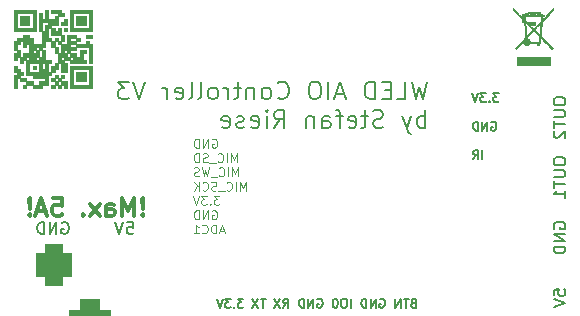
<source format=gbr>
%TF.GenerationSoftware,KiCad,Pcbnew,(6.0.9)*%
%TF.CreationDate,2023-01-18T13:19:17+01:00*%
%TF.ProjectId,WLED_All-in-one_ESP32_Controller,574c4544-5f41-46c6-9c2d-696e2d6f6e65,rev?*%
%TF.SameCoordinates,Original*%
%TF.FileFunction,Legend,Bot*%
%TF.FilePolarity,Positive*%
%FSLAX46Y46*%
G04 Gerber Fmt 4.6, Leading zero omitted, Abs format (unit mm)*
G04 Created by KiCad (PCBNEW (6.0.9)) date 2023-01-18 13:19:17*
%MOMM*%
%LPD*%
G01*
G04 APERTURE LIST*
G04 Aperture macros list*
%AMRoundRect*
0 Rectangle with rounded corners*
0 $1 Rounding radius*
0 $2 $3 $4 $5 $6 $7 $8 $9 X,Y pos of 4 corners*
0 Add a 4 corners polygon primitive as box body*
4,1,4,$2,$3,$4,$5,$6,$7,$8,$9,$2,$3,0*
0 Add four circle primitives for the rounded corners*
1,1,$1+$1,$2,$3*
1,1,$1+$1,$4,$5*
1,1,$1+$1,$6,$7*
1,1,$1+$1,$8,$9*
0 Add four rect primitives between the rounded corners*
20,1,$1+$1,$2,$3,$4,$5,0*
20,1,$1+$1,$4,$5,$6,$7,0*
20,1,$1+$1,$6,$7,$8,$9,0*
20,1,$1+$1,$8,$9,$2,$3,0*%
G04 Aperture macros list end*
%ADD10C,0.150000*%
%ADD11C,0.200000*%
%ADD12C,0.125000*%
%ADD13C,0.300000*%
%ADD14C,0.010000*%
%ADD15R,3.500000X3.500000*%
%ADD16RoundRect,0.750000X-0.750000X-1.000000X0.750000X-1.000000X0.750000X1.000000X-0.750000X1.000000X0*%
%ADD17RoundRect,0.875000X-0.875000X-0.875000X0.875000X-0.875000X0.875000X0.875000X-0.875000X0.875000X0*%
%ADD18R,3.000000X3.000000*%
%ADD19C,3.000000*%
%ADD20R,1.700000X1.700000*%
%ADD21O,1.700000X1.700000*%
G04 APERTURE END LIST*
D10*
X175522000Y-91440095D02*
X175474380Y-91344857D01*
X175474380Y-91202000D01*
X175522000Y-91059142D01*
X175617238Y-90963904D01*
X175712476Y-90916285D01*
X175902952Y-90868666D01*
X176045809Y-90868666D01*
X176236285Y-90916285D01*
X176331523Y-90963904D01*
X176426761Y-91059142D01*
X176474380Y-91202000D01*
X176474380Y-91297238D01*
X176426761Y-91440095D01*
X176379142Y-91487714D01*
X176045809Y-91487714D01*
X176045809Y-91297238D01*
X176474380Y-91916285D02*
X175474380Y-91916285D01*
X176474380Y-92487714D01*
X175474380Y-92487714D01*
X176474380Y-92963904D02*
X175474380Y-92963904D01*
X175474380Y-93202000D01*
X175522000Y-93344857D01*
X175617238Y-93440095D01*
X175712476Y-93487714D01*
X175902952Y-93535333D01*
X176045809Y-93535333D01*
X176236285Y-93487714D01*
X176331523Y-93440095D01*
X176426761Y-93344857D01*
X176474380Y-93202000D01*
X176474380Y-92963904D01*
X175474380Y-85645809D02*
X175474380Y-85836285D01*
X175522000Y-85931523D01*
X175617238Y-86026761D01*
X175807714Y-86074380D01*
X176141047Y-86074380D01*
X176331523Y-86026761D01*
X176426761Y-85931523D01*
X176474380Y-85836285D01*
X176474380Y-85645809D01*
X176426761Y-85550571D01*
X176331523Y-85455333D01*
X176141047Y-85407714D01*
X175807714Y-85407714D01*
X175617238Y-85455333D01*
X175522000Y-85550571D01*
X175474380Y-85645809D01*
X175474380Y-86502952D02*
X176283904Y-86502952D01*
X176379142Y-86550571D01*
X176426761Y-86598190D01*
X176474380Y-86693428D01*
X176474380Y-86883904D01*
X176426761Y-86979142D01*
X176379142Y-87026761D01*
X176283904Y-87074380D01*
X175474380Y-87074380D01*
X175474380Y-87407714D02*
X175474380Y-87979142D01*
X176474380Y-87693428D02*
X175474380Y-87693428D01*
X176474380Y-88836285D02*
X176474380Y-88264857D01*
X176474380Y-88550571D02*
X175474380Y-88550571D01*
X175617238Y-88455333D01*
X175712476Y-88360095D01*
X175760095Y-88264857D01*
X175474380Y-80565809D02*
X175474380Y-80756285D01*
X175522000Y-80851523D01*
X175617238Y-80946761D01*
X175807714Y-80994380D01*
X176141047Y-80994380D01*
X176331523Y-80946761D01*
X176426761Y-80851523D01*
X176474380Y-80756285D01*
X176474380Y-80565809D01*
X176426761Y-80470571D01*
X176331523Y-80375333D01*
X176141047Y-80327714D01*
X175807714Y-80327714D01*
X175617238Y-80375333D01*
X175522000Y-80470571D01*
X175474380Y-80565809D01*
X175474380Y-81422952D02*
X176283904Y-81422952D01*
X176379142Y-81470571D01*
X176426761Y-81518190D01*
X176474380Y-81613428D01*
X176474380Y-81803904D01*
X176426761Y-81899142D01*
X176379142Y-81946761D01*
X176283904Y-81994380D01*
X175474380Y-81994380D01*
X175474380Y-82327714D02*
X175474380Y-82899142D01*
X176474380Y-82613428D02*
X175474380Y-82613428D01*
X175569619Y-83184857D02*
X175522000Y-83232476D01*
X175474380Y-83327714D01*
X175474380Y-83565809D01*
X175522000Y-83661047D01*
X175569619Y-83708666D01*
X175664857Y-83756285D01*
X175760095Y-83756285D01*
X175902952Y-83708666D01*
X176474380Y-83137238D01*
X176474380Y-83756285D01*
D11*
X164755714Y-78997071D02*
X164398571Y-80497071D01*
X164112857Y-79425642D01*
X163827142Y-80497071D01*
X163470000Y-78997071D01*
X162184285Y-80497071D02*
X162898571Y-80497071D01*
X162898571Y-78997071D01*
X161684285Y-79711357D02*
X161184285Y-79711357D01*
X160970000Y-80497071D02*
X161684285Y-80497071D01*
X161684285Y-78997071D01*
X160970000Y-78997071D01*
X160327142Y-80497071D02*
X160327142Y-78997071D01*
X159970000Y-78997071D01*
X159755714Y-79068500D01*
X159612857Y-79211357D01*
X159541428Y-79354214D01*
X159470000Y-79639928D01*
X159470000Y-79854214D01*
X159541428Y-80139928D01*
X159612857Y-80282785D01*
X159755714Y-80425642D01*
X159970000Y-80497071D01*
X160327142Y-80497071D01*
X157755714Y-80068500D02*
X157041428Y-80068500D01*
X157898571Y-80497071D02*
X157398571Y-78997071D01*
X156898571Y-80497071D01*
X156398571Y-80497071D02*
X156398571Y-78997071D01*
X155398571Y-78997071D02*
X155112857Y-78997071D01*
X154970000Y-79068500D01*
X154827142Y-79211357D01*
X154755714Y-79497071D01*
X154755714Y-79997071D01*
X154827142Y-80282785D01*
X154970000Y-80425642D01*
X155112857Y-80497071D01*
X155398571Y-80497071D01*
X155541428Y-80425642D01*
X155684285Y-80282785D01*
X155755714Y-79997071D01*
X155755714Y-79497071D01*
X155684285Y-79211357D01*
X155541428Y-79068500D01*
X155398571Y-78997071D01*
X152112857Y-80354214D02*
X152184285Y-80425642D01*
X152398571Y-80497071D01*
X152541428Y-80497071D01*
X152755714Y-80425642D01*
X152898571Y-80282785D01*
X152970000Y-80139928D01*
X153041428Y-79854214D01*
X153041428Y-79639928D01*
X152970000Y-79354214D01*
X152898571Y-79211357D01*
X152755714Y-79068500D01*
X152541428Y-78997071D01*
X152398571Y-78997071D01*
X152184285Y-79068500D01*
X152112857Y-79139928D01*
X151255714Y-80497071D02*
X151398571Y-80425642D01*
X151470000Y-80354214D01*
X151541428Y-80211357D01*
X151541428Y-79782785D01*
X151470000Y-79639928D01*
X151398571Y-79568500D01*
X151255714Y-79497071D01*
X151041428Y-79497071D01*
X150898571Y-79568500D01*
X150827142Y-79639928D01*
X150755714Y-79782785D01*
X150755714Y-80211357D01*
X150827142Y-80354214D01*
X150898571Y-80425642D01*
X151041428Y-80497071D01*
X151255714Y-80497071D01*
X150112857Y-79497071D02*
X150112857Y-80497071D01*
X150112857Y-79639928D02*
X150041428Y-79568500D01*
X149898571Y-79497071D01*
X149684285Y-79497071D01*
X149541428Y-79568500D01*
X149470000Y-79711357D01*
X149470000Y-80497071D01*
X148970000Y-79497071D02*
X148398571Y-79497071D01*
X148755714Y-78997071D02*
X148755714Y-80282785D01*
X148684285Y-80425642D01*
X148541428Y-80497071D01*
X148398571Y-80497071D01*
X147898571Y-80497071D02*
X147898571Y-79497071D01*
X147898571Y-79782785D02*
X147827142Y-79639928D01*
X147755714Y-79568500D01*
X147612857Y-79497071D01*
X147470000Y-79497071D01*
X146755714Y-80497071D02*
X146898571Y-80425642D01*
X146970000Y-80354214D01*
X147041428Y-80211357D01*
X147041428Y-79782785D01*
X146970000Y-79639928D01*
X146898571Y-79568500D01*
X146755714Y-79497071D01*
X146541428Y-79497071D01*
X146398571Y-79568500D01*
X146327142Y-79639928D01*
X146255714Y-79782785D01*
X146255714Y-80211357D01*
X146327142Y-80354214D01*
X146398571Y-80425642D01*
X146541428Y-80497071D01*
X146755714Y-80497071D01*
X145398571Y-80497071D02*
X145541428Y-80425642D01*
X145612857Y-80282785D01*
X145612857Y-78997071D01*
X144612857Y-80497071D02*
X144755714Y-80425642D01*
X144827142Y-80282785D01*
X144827142Y-78997071D01*
X143470000Y-80425642D02*
X143612857Y-80497071D01*
X143898571Y-80497071D01*
X144041428Y-80425642D01*
X144112857Y-80282785D01*
X144112857Y-79711357D01*
X144041428Y-79568500D01*
X143898571Y-79497071D01*
X143612857Y-79497071D01*
X143470000Y-79568500D01*
X143398571Y-79711357D01*
X143398571Y-79854214D01*
X144112857Y-79997071D01*
X142755714Y-80497071D02*
X142755714Y-79497071D01*
X142755714Y-79782785D02*
X142684285Y-79639928D01*
X142612857Y-79568500D01*
X142470000Y-79497071D01*
X142327142Y-79497071D01*
X140898571Y-78997071D02*
X140398571Y-80497071D01*
X139898571Y-78997071D01*
X139541428Y-78997071D02*
X138612857Y-78997071D01*
X139112857Y-79568500D01*
X138898571Y-79568500D01*
X138755714Y-79639928D01*
X138684285Y-79711357D01*
X138612857Y-79854214D01*
X138612857Y-80211357D01*
X138684285Y-80354214D01*
X138755714Y-80425642D01*
X138898571Y-80497071D01*
X139327142Y-80497071D01*
X139470000Y-80425642D01*
X139541428Y-80354214D01*
X164612857Y-82912071D02*
X164612857Y-81412071D01*
X164612857Y-81983500D02*
X164470000Y-81912071D01*
X164184285Y-81912071D01*
X164041428Y-81983500D01*
X163970000Y-82054928D01*
X163898571Y-82197785D01*
X163898571Y-82626357D01*
X163970000Y-82769214D01*
X164041428Y-82840642D01*
X164184285Y-82912071D01*
X164470000Y-82912071D01*
X164612857Y-82840642D01*
X163398571Y-81912071D02*
X163041428Y-82912071D01*
X162684285Y-81912071D02*
X163041428Y-82912071D01*
X163184285Y-83269214D01*
X163255714Y-83340642D01*
X163398571Y-83412071D01*
X161041428Y-82840642D02*
X160827142Y-82912071D01*
X160470000Y-82912071D01*
X160327142Y-82840642D01*
X160255714Y-82769214D01*
X160184285Y-82626357D01*
X160184285Y-82483500D01*
X160255714Y-82340642D01*
X160327142Y-82269214D01*
X160470000Y-82197785D01*
X160755714Y-82126357D01*
X160898571Y-82054928D01*
X160970000Y-81983500D01*
X161041428Y-81840642D01*
X161041428Y-81697785D01*
X160970000Y-81554928D01*
X160898571Y-81483500D01*
X160755714Y-81412071D01*
X160398571Y-81412071D01*
X160184285Y-81483500D01*
X159755714Y-81912071D02*
X159184285Y-81912071D01*
X159541428Y-81412071D02*
X159541428Y-82697785D01*
X159470000Y-82840642D01*
X159327142Y-82912071D01*
X159184285Y-82912071D01*
X158112857Y-82840642D02*
X158255714Y-82912071D01*
X158541428Y-82912071D01*
X158684285Y-82840642D01*
X158755714Y-82697785D01*
X158755714Y-82126357D01*
X158684285Y-81983500D01*
X158541428Y-81912071D01*
X158255714Y-81912071D01*
X158112857Y-81983500D01*
X158041428Y-82126357D01*
X158041428Y-82269214D01*
X158755714Y-82412071D01*
X157612857Y-81912071D02*
X157041428Y-81912071D01*
X157398571Y-82912071D02*
X157398571Y-81626357D01*
X157327142Y-81483500D01*
X157184285Y-81412071D01*
X157041428Y-81412071D01*
X155898571Y-82912071D02*
X155898571Y-82126357D01*
X155970000Y-81983500D01*
X156112857Y-81912071D01*
X156398571Y-81912071D01*
X156541428Y-81983500D01*
X155898571Y-82840642D02*
X156041428Y-82912071D01*
X156398571Y-82912071D01*
X156541428Y-82840642D01*
X156612857Y-82697785D01*
X156612857Y-82554928D01*
X156541428Y-82412071D01*
X156398571Y-82340642D01*
X156041428Y-82340642D01*
X155898571Y-82269214D01*
X155184285Y-81912071D02*
X155184285Y-82912071D01*
X155184285Y-82054928D02*
X155112857Y-81983500D01*
X154970000Y-81912071D01*
X154755714Y-81912071D01*
X154612857Y-81983500D01*
X154541428Y-82126357D01*
X154541428Y-82912071D01*
X151827142Y-82912071D02*
X152327142Y-82197785D01*
X152684285Y-82912071D02*
X152684285Y-81412071D01*
X152112857Y-81412071D01*
X151970000Y-81483500D01*
X151898571Y-81554928D01*
X151827142Y-81697785D01*
X151827142Y-81912071D01*
X151898571Y-82054928D01*
X151970000Y-82126357D01*
X152112857Y-82197785D01*
X152684285Y-82197785D01*
X151184285Y-82912071D02*
X151184285Y-81912071D01*
X151184285Y-81412071D02*
X151255714Y-81483500D01*
X151184285Y-81554928D01*
X151112857Y-81483500D01*
X151184285Y-81412071D01*
X151184285Y-81554928D01*
X149898571Y-82840642D02*
X150041428Y-82912071D01*
X150327142Y-82912071D01*
X150470000Y-82840642D01*
X150541428Y-82697785D01*
X150541428Y-82126357D01*
X150470000Y-81983500D01*
X150327142Y-81912071D01*
X150041428Y-81912071D01*
X149898571Y-81983500D01*
X149827142Y-82126357D01*
X149827142Y-82269214D01*
X150541428Y-82412071D01*
X149255714Y-82840642D02*
X149112857Y-82912071D01*
X148827142Y-82912071D01*
X148684285Y-82840642D01*
X148612857Y-82697785D01*
X148612857Y-82626357D01*
X148684285Y-82483500D01*
X148827142Y-82412071D01*
X149041428Y-82412071D01*
X149184285Y-82340642D01*
X149255714Y-82197785D01*
X149255714Y-82126357D01*
X149184285Y-81983500D01*
X149041428Y-81912071D01*
X148827142Y-81912071D01*
X148684285Y-81983500D01*
X147398571Y-82840642D02*
X147541428Y-82912071D01*
X147827142Y-82912071D01*
X147970000Y-82840642D01*
X148041428Y-82697785D01*
X148041428Y-82126357D01*
X147970000Y-81983500D01*
X147827142Y-81912071D01*
X147541428Y-81912071D01*
X147398571Y-81983500D01*
X147327142Y-82126357D01*
X147327142Y-82269214D01*
X148041428Y-82412071D01*
D10*
X170820928Y-79978285D02*
X170356642Y-79978285D01*
X170606642Y-80264000D01*
X170499500Y-80264000D01*
X170428071Y-80299714D01*
X170392357Y-80335428D01*
X170356642Y-80406857D01*
X170356642Y-80585428D01*
X170392357Y-80656857D01*
X170428071Y-80692571D01*
X170499500Y-80728285D01*
X170713785Y-80728285D01*
X170785214Y-80692571D01*
X170820928Y-80656857D01*
X170035214Y-80656857D02*
X169999500Y-80692571D01*
X170035214Y-80728285D01*
X170070928Y-80692571D01*
X170035214Y-80656857D01*
X170035214Y-80728285D01*
X169749500Y-79978285D02*
X169285214Y-79978285D01*
X169535214Y-80264000D01*
X169428071Y-80264000D01*
X169356642Y-80299714D01*
X169320928Y-80335428D01*
X169285214Y-80406857D01*
X169285214Y-80585428D01*
X169320928Y-80656857D01*
X169356642Y-80692571D01*
X169428071Y-80728285D01*
X169642357Y-80728285D01*
X169713785Y-80692571D01*
X169749500Y-80656857D01*
X169070928Y-79978285D02*
X168820928Y-80728285D01*
X168570928Y-79978285D01*
X170213785Y-82429000D02*
X170285214Y-82393285D01*
X170392357Y-82393285D01*
X170499500Y-82429000D01*
X170570928Y-82500428D01*
X170606642Y-82571857D01*
X170642357Y-82714714D01*
X170642357Y-82821857D01*
X170606642Y-82964714D01*
X170570928Y-83036142D01*
X170499500Y-83107571D01*
X170392357Y-83143285D01*
X170320928Y-83143285D01*
X170213785Y-83107571D01*
X170178071Y-83071857D01*
X170178071Y-82821857D01*
X170320928Y-82821857D01*
X169856642Y-83143285D02*
X169856642Y-82393285D01*
X169428071Y-83143285D01*
X169428071Y-82393285D01*
X169070928Y-83143285D02*
X169070928Y-82393285D01*
X168892357Y-82393285D01*
X168785214Y-82429000D01*
X168713785Y-82500428D01*
X168678071Y-82571857D01*
X168642357Y-82714714D01*
X168642357Y-82821857D01*
X168678071Y-82964714D01*
X168713785Y-83036142D01*
X168785214Y-83107571D01*
X168892357Y-83143285D01*
X169070928Y-83143285D01*
X169428071Y-85558285D02*
X169428071Y-84808285D01*
X168642357Y-85558285D02*
X168892357Y-85201142D01*
X169070928Y-85558285D02*
X169070928Y-84808285D01*
X168785214Y-84808285D01*
X168713785Y-84844000D01*
X168678071Y-84879714D01*
X168642357Y-84951142D01*
X168642357Y-85058285D01*
X168678071Y-85129714D01*
X168713785Y-85165428D01*
X168785214Y-85201142D01*
X169070928Y-85201142D01*
X139382476Y-90892380D02*
X139858666Y-90892380D01*
X139906285Y-91368571D01*
X139858666Y-91320952D01*
X139763428Y-91273333D01*
X139525333Y-91273333D01*
X139430095Y-91320952D01*
X139382476Y-91368571D01*
X139334857Y-91463809D01*
X139334857Y-91701904D01*
X139382476Y-91797142D01*
X139430095Y-91844761D01*
X139525333Y-91892380D01*
X139763428Y-91892380D01*
X139858666Y-91844761D01*
X139906285Y-91797142D01*
X139049142Y-90892380D02*
X138715809Y-91892380D01*
X138382476Y-90892380D01*
D12*
X146575535Y-83886500D02*
X146646964Y-83850785D01*
X146754107Y-83850785D01*
X146861250Y-83886500D01*
X146932678Y-83957928D01*
X146968392Y-84029357D01*
X147004107Y-84172214D01*
X147004107Y-84279357D01*
X146968392Y-84422214D01*
X146932678Y-84493642D01*
X146861250Y-84565071D01*
X146754107Y-84600785D01*
X146682678Y-84600785D01*
X146575535Y-84565071D01*
X146539821Y-84529357D01*
X146539821Y-84279357D01*
X146682678Y-84279357D01*
X146218392Y-84600785D02*
X146218392Y-83850785D01*
X145789821Y-84600785D01*
X145789821Y-83850785D01*
X145432678Y-84600785D02*
X145432678Y-83850785D01*
X145254107Y-83850785D01*
X145146964Y-83886500D01*
X145075535Y-83957928D01*
X145039821Y-84029357D01*
X145004107Y-84172214D01*
X145004107Y-84279357D01*
X145039821Y-84422214D01*
X145075535Y-84493642D01*
X145146964Y-84565071D01*
X145254107Y-84600785D01*
X145432678Y-84600785D01*
X148682678Y-85808285D02*
X148682678Y-85058285D01*
X148432678Y-85594000D01*
X148182678Y-85058285D01*
X148182678Y-85808285D01*
X147825535Y-85808285D02*
X147825535Y-85058285D01*
X147039821Y-85736857D02*
X147075535Y-85772571D01*
X147182678Y-85808285D01*
X147254107Y-85808285D01*
X147361250Y-85772571D01*
X147432678Y-85701142D01*
X147468392Y-85629714D01*
X147504107Y-85486857D01*
X147504107Y-85379714D01*
X147468392Y-85236857D01*
X147432678Y-85165428D01*
X147361250Y-85094000D01*
X147254107Y-85058285D01*
X147182678Y-85058285D01*
X147075535Y-85094000D01*
X147039821Y-85129714D01*
X146896964Y-85879714D02*
X146325535Y-85879714D01*
X146182678Y-85772571D02*
X146075535Y-85808285D01*
X145896964Y-85808285D01*
X145825535Y-85772571D01*
X145789821Y-85736857D01*
X145754107Y-85665428D01*
X145754107Y-85594000D01*
X145789821Y-85522571D01*
X145825535Y-85486857D01*
X145896964Y-85451142D01*
X146039821Y-85415428D01*
X146111250Y-85379714D01*
X146146964Y-85344000D01*
X146182678Y-85272571D01*
X146182678Y-85201142D01*
X146146964Y-85129714D01*
X146111250Y-85094000D01*
X146039821Y-85058285D01*
X145861250Y-85058285D01*
X145754107Y-85094000D01*
X145432678Y-85808285D02*
X145432678Y-85058285D01*
X145254107Y-85058285D01*
X145146964Y-85094000D01*
X145075535Y-85165428D01*
X145039821Y-85236857D01*
X145004107Y-85379714D01*
X145004107Y-85486857D01*
X145039821Y-85629714D01*
X145075535Y-85701142D01*
X145146964Y-85772571D01*
X145254107Y-85808285D01*
X145432678Y-85808285D01*
X148789821Y-87015785D02*
X148789821Y-86265785D01*
X148539821Y-86801500D01*
X148289821Y-86265785D01*
X148289821Y-87015785D01*
X147932678Y-87015785D02*
X147932678Y-86265785D01*
X147146964Y-86944357D02*
X147182678Y-86980071D01*
X147289821Y-87015785D01*
X147361250Y-87015785D01*
X147468392Y-86980071D01*
X147539821Y-86908642D01*
X147575535Y-86837214D01*
X147611250Y-86694357D01*
X147611250Y-86587214D01*
X147575535Y-86444357D01*
X147539821Y-86372928D01*
X147468392Y-86301500D01*
X147361250Y-86265785D01*
X147289821Y-86265785D01*
X147182678Y-86301500D01*
X147146964Y-86337214D01*
X147004107Y-87087214D02*
X146432678Y-87087214D01*
X146325535Y-86265785D02*
X146146964Y-87015785D01*
X146004107Y-86480071D01*
X145861250Y-87015785D01*
X145682678Y-86265785D01*
X145432678Y-86980071D02*
X145325535Y-87015785D01*
X145146964Y-87015785D01*
X145075535Y-86980071D01*
X145039821Y-86944357D01*
X145004107Y-86872928D01*
X145004107Y-86801500D01*
X145039821Y-86730071D01*
X145075535Y-86694357D01*
X145146964Y-86658642D01*
X145289821Y-86622928D01*
X145361250Y-86587214D01*
X145396964Y-86551500D01*
X145432678Y-86480071D01*
X145432678Y-86408642D01*
X145396964Y-86337214D01*
X145361250Y-86301500D01*
X145289821Y-86265785D01*
X145111250Y-86265785D01*
X145004107Y-86301500D01*
X149432678Y-88223285D02*
X149432678Y-87473285D01*
X149182678Y-88009000D01*
X148932678Y-87473285D01*
X148932678Y-88223285D01*
X148575535Y-88223285D02*
X148575535Y-87473285D01*
X147789821Y-88151857D02*
X147825535Y-88187571D01*
X147932678Y-88223285D01*
X148004107Y-88223285D01*
X148111250Y-88187571D01*
X148182678Y-88116142D01*
X148218392Y-88044714D01*
X148254107Y-87901857D01*
X148254107Y-87794714D01*
X148218392Y-87651857D01*
X148182678Y-87580428D01*
X148111250Y-87509000D01*
X148004107Y-87473285D01*
X147932678Y-87473285D01*
X147825535Y-87509000D01*
X147789821Y-87544714D01*
X147646964Y-88294714D02*
X147075535Y-88294714D01*
X146932678Y-88187571D02*
X146825535Y-88223285D01*
X146646964Y-88223285D01*
X146575535Y-88187571D01*
X146539821Y-88151857D01*
X146504107Y-88080428D01*
X146504107Y-88009000D01*
X146539821Y-87937571D01*
X146575535Y-87901857D01*
X146646964Y-87866142D01*
X146789821Y-87830428D01*
X146861250Y-87794714D01*
X146896964Y-87759000D01*
X146932678Y-87687571D01*
X146932678Y-87616142D01*
X146896964Y-87544714D01*
X146861250Y-87509000D01*
X146789821Y-87473285D01*
X146611250Y-87473285D01*
X146504107Y-87509000D01*
X145754107Y-88151857D02*
X145789821Y-88187571D01*
X145896964Y-88223285D01*
X145968392Y-88223285D01*
X146075535Y-88187571D01*
X146146964Y-88116142D01*
X146182678Y-88044714D01*
X146218392Y-87901857D01*
X146218392Y-87794714D01*
X146182678Y-87651857D01*
X146146964Y-87580428D01*
X146075535Y-87509000D01*
X145968392Y-87473285D01*
X145896964Y-87473285D01*
X145789821Y-87509000D01*
X145754107Y-87544714D01*
X145432678Y-88223285D02*
X145432678Y-87473285D01*
X145004107Y-88223285D02*
X145325535Y-87794714D01*
X145004107Y-87473285D02*
X145432678Y-87901857D01*
X147182678Y-88680785D02*
X146718392Y-88680785D01*
X146968392Y-88966500D01*
X146861250Y-88966500D01*
X146789821Y-89002214D01*
X146754107Y-89037928D01*
X146718392Y-89109357D01*
X146718392Y-89287928D01*
X146754107Y-89359357D01*
X146789821Y-89395071D01*
X146861250Y-89430785D01*
X147075535Y-89430785D01*
X147146964Y-89395071D01*
X147182678Y-89359357D01*
X146396964Y-89359357D02*
X146361250Y-89395071D01*
X146396964Y-89430785D01*
X146432678Y-89395071D01*
X146396964Y-89359357D01*
X146396964Y-89430785D01*
X146111250Y-88680785D02*
X145646964Y-88680785D01*
X145896964Y-88966500D01*
X145789821Y-88966500D01*
X145718392Y-89002214D01*
X145682678Y-89037928D01*
X145646964Y-89109357D01*
X145646964Y-89287928D01*
X145682678Y-89359357D01*
X145718392Y-89395071D01*
X145789821Y-89430785D01*
X146004107Y-89430785D01*
X146075535Y-89395071D01*
X146111250Y-89359357D01*
X145432678Y-88680785D02*
X145182678Y-89430785D01*
X144932678Y-88680785D01*
X146575535Y-89924000D02*
X146646964Y-89888285D01*
X146754107Y-89888285D01*
X146861250Y-89924000D01*
X146932678Y-89995428D01*
X146968392Y-90066857D01*
X147004107Y-90209714D01*
X147004107Y-90316857D01*
X146968392Y-90459714D01*
X146932678Y-90531142D01*
X146861250Y-90602571D01*
X146754107Y-90638285D01*
X146682678Y-90638285D01*
X146575535Y-90602571D01*
X146539821Y-90566857D01*
X146539821Y-90316857D01*
X146682678Y-90316857D01*
X146218392Y-90638285D02*
X146218392Y-89888285D01*
X145789821Y-90638285D01*
X145789821Y-89888285D01*
X145432678Y-90638285D02*
X145432678Y-89888285D01*
X145254107Y-89888285D01*
X145146964Y-89924000D01*
X145075535Y-89995428D01*
X145039821Y-90066857D01*
X145004107Y-90209714D01*
X145004107Y-90316857D01*
X145039821Y-90459714D01*
X145075535Y-90531142D01*
X145146964Y-90602571D01*
X145254107Y-90638285D01*
X145432678Y-90638285D01*
X147575535Y-91631500D02*
X147218392Y-91631500D01*
X147646964Y-91845785D02*
X147396964Y-91095785D01*
X147146964Y-91845785D01*
X146896964Y-91845785D02*
X146896964Y-91095785D01*
X146718392Y-91095785D01*
X146611250Y-91131500D01*
X146539821Y-91202928D01*
X146504107Y-91274357D01*
X146468392Y-91417214D01*
X146468392Y-91524357D01*
X146504107Y-91667214D01*
X146539821Y-91738642D01*
X146611250Y-91810071D01*
X146718392Y-91845785D01*
X146896964Y-91845785D01*
X145718392Y-91774357D02*
X145754107Y-91810071D01*
X145861250Y-91845785D01*
X145932678Y-91845785D01*
X146039821Y-91810071D01*
X146111250Y-91738642D01*
X146146964Y-91667214D01*
X146182678Y-91524357D01*
X146182678Y-91417214D01*
X146146964Y-91274357D01*
X146111250Y-91202928D01*
X146039821Y-91131500D01*
X145932678Y-91095785D01*
X145861250Y-91095785D01*
X145754107Y-91131500D01*
X145718392Y-91167214D01*
X145004107Y-91845785D02*
X145432678Y-91845785D01*
X145218392Y-91845785D02*
X145218392Y-91095785D01*
X145289821Y-91202928D01*
X145361250Y-91274357D01*
X145432678Y-91310071D01*
D13*
X140675714Y-90197714D02*
X140604285Y-90269142D01*
X140675714Y-90340571D01*
X140747142Y-90269142D01*
X140675714Y-90197714D01*
X140675714Y-90340571D01*
X140675714Y-89769142D02*
X140747142Y-88912000D01*
X140675714Y-88840571D01*
X140604285Y-88912000D01*
X140675714Y-89769142D01*
X140675714Y-88840571D01*
X139961428Y-90340571D02*
X139961428Y-88840571D01*
X139461428Y-89912000D01*
X138961428Y-88840571D01*
X138961428Y-90340571D01*
X137604285Y-90340571D02*
X137604285Y-89554857D01*
X137675714Y-89412000D01*
X137818571Y-89340571D01*
X138104285Y-89340571D01*
X138247142Y-89412000D01*
X137604285Y-90269142D02*
X137747142Y-90340571D01*
X138104285Y-90340571D01*
X138247142Y-90269142D01*
X138318571Y-90126285D01*
X138318571Y-89983428D01*
X138247142Y-89840571D01*
X138104285Y-89769142D01*
X137747142Y-89769142D01*
X137604285Y-89697714D01*
X137032857Y-90340571D02*
X136247142Y-89340571D01*
X137032857Y-89340571D02*
X136247142Y-90340571D01*
X135675714Y-90197714D02*
X135604285Y-90269142D01*
X135675714Y-90340571D01*
X135747142Y-90269142D01*
X135675714Y-90197714D01*
X135675714Y-90340571D01*
X133104285Y-88840571D02*
X133818571Y-88840571D01*
X133890000Y-89554857D01*
X133818571Y-89483428D01*
X133675714Y-89412000D01*
X133318571Y-89412000D01*
X133175714Y-89483428D01*
X133104285Y-89554857D01*
X133032857Y-89697714D01*
X133032857Y-90054857D01*
X133104285Y-90197714D01*
X133175714Y-90269142D01*
X133318571Y-90340571D01*
X133675714Y-90340571D01*
X133818571Y-90269142D01*
X133890000Y-90197714D01*
X132461428Y-89912000D02*
X131747142Y-89912000D01*
X132604285Y-90340571D02*
X132104285Y-88840571D01*
X131604285Y-90340571D01*
X131104285Y-90197714D02*
X131032857Y-90269142D01*
X131104285Y-90340571D01*
X131175714Y-90269142D01*
X131104285Y-90197714D01*
X131104285Y-90340571D01*
X131104285Y-89769142D02*
X131175714Y-88912000D01*
X131104285Y-88840571D01*
X131032857Y-88912000D01*
X131104285Y-89769142D01*
X131104285Y-88840571D01*
D10*
X163590857Y-97736428D02*
X163483714Y-97772142D01*
X163448000Y-97807857D01*
X163412285Y-97879285D01*
X163412285Y-97986428D01*
X163448000Y-98057857D01*
X163483714Y-98093571D01*
X163555142Y-98129285D01*
X163840857Y-98129285D01*
X163840857Y-97379285D01*
X163590857Y-97379285D01*
X163519428Y-97415000D01*
X163483714Y-97450714D01*
X163448000Y-97522142D01*
X163448000Y-97593571D01*
X163483714Y-97665000D01*
X163519428Y-97700714D01*
X163590857Y-97736428D01*
X163840857Y-97736428D01*
X163198000Y-97379285D02*
X162769428Y-97379285D01*
X162983714Y-98129285D02*
X162983714Y-97379285D01*
X162519428Y-98129285D02*
X162519428Y-97379285D01*
X162090857Y-98129285D01*
X162090857Y-97379285D01*
X160769428Y-97415000D02*
X160840857Y-97379285D01*
X160948000Y-97379285D01*
X161055142Y-97415000D01*
X161126571Y-97486428D01*
X161162285Y-97557857D01*
X161198000Y-97700714D01*
X161198000Y-97807857D01*
X161162285Y-97950714D01*
X161126571Y-98022142D01*
X161055142Y-98093571D01*
X160948000Y-98129285D01*
X160876571Y-98129285D01*
X160769428Y-98093571D01*
X160733714Y-98057857D01*
X160733714Y-97807857D01*
X160876571Y-97807857D01*
X160412285Y-98129285D02*
X160412285Y-97379285D01*
X159983714Y-98129285D01*
X159983714Y-97379285D01*
X159626571Y-98129285D02*
X159626571Y-97379285D01*
X159448000Y-97379285D01*
X159340857Y-97415000D01*
X159269428Y-97486428D01*
X159233714Y-97557857D01*
X159198000Y-97700714D01*
X159198000Y-97807857D01*
X159233714Y-97950714D01*
X159269428Y-98022142D01*
X159340857Y-98093571D01*
X159448000Y-98129285D01*
X159626571Y-98129285D01*
X158305142Y-98129285D02*
X158305142Y-97379285D01*
X157805142Y-97379285D02*
X157662285Y-97379285D01*
X157590857Y-97415000D01*
X157519428Y-97486428D01*
X157483714Y-97629285D01*
X157483714Y-97879285D01*
X157519428Y-98022142D01*
X157590857Y-98093571D01*
X157662285Y-98129285D01*
X157805142Y-98129285D01*
X157876571Y-98093571D01*
X157948000Y-98022142D01*
X157983714Y-97879285D01*
X157983714Y-97629285D01*
X157948000Y-97486428D01*
X157876571Y-97415000D01*
X157805142Y-97379285D01*
X157019428Y-97379285D02*
X156948000Y-97379285D01*
X156876571Y-97415000D01*
X156840857Y-97450714D01*
X156805142Y-97522142D01*
X156769428Y-97665000D01*
X156769428Y-97843571D01*
X156805142Y-97986428D01*
X156840857Y-98057857D01*
X156876571Y-98093571D01*
X156948000Y-98129285D01*
X157019428Y-98129285D01*
X157090857Y-98093571D01*
X157126571Y-98057857D01*
X157162285Y-97986428D01*
X157198000Y-97843571D01*
X157198000Y-97665000D01*
X157162285Y-97522142D01*
X157126571Y-97450714D01*
X157090857Y-97415000D01*
X157019428Y-97379285D01*
X155483714Y-97415000D02*
X155555142Y-97379285D01*
X155662285Y-97379285D01*
X155769428Y-97415000D01*
X155840857Y-97486428D01*
X155876571Y-97557857D01*
X155912285Y-97700714D01*
X155912285Y-97807857D01*
X155876571Y-97950714D01*
X155840857Y-98022142D01*
X155769428Y-98093571D01*
X155662285Y-98129285D01*
X155590857Y-98129285D01*
X155483714Y-98093571D01*
X155448000Y-98057857D01*
X155448000Y-97807857D01*
X155590857Y-97807857D01*
X155126571Y-98129285D02*
X155126571Y-97379285D01*
X154698000Y-98129285D01*
X154698000Y-97379285D01*
X154340857Y-98129285D02*
X154340857Y-97379285D01*
X154162285Y-97379285D01*
X154055142Y-97415000D01*
X153983714Y-97486428D01*
X153948000Y-97557857D01*
X153912285Y-97700714D01*
X153912285Y-97807857D01*
X153948000Y-97950714D01*
X153983714Y-98022142D01*
X154055142Y-98093571D01*
X154162285Y-98129285D01*
X154340857Y-98129285D01*
X152590857Y-98129285D02*
X152840857Y-97772142D01*
X153019428Y-98129285D02*
X153019428Y-97379285D01*
X152733714Y-97379285D01*
X152662285Y-97415000D01*
X152626571Y-97450714D01*
X152590857Y-97522142D01*
X152590857Y-97629285D01*
X152626571Y-97700714D01*
X152662285Y-97736428D01*
X152733714Y-97772142D01*
X153019428Y-97772142D01*
X152340857Y-97379285D02*
X151840857Y-98129285D01*
X151840857Y-97379285D02*
X152340857Y-98129285D01*
X151090857Y-97379285D02*
X150662285Y-97379285D01*
X150876571Y-98129285D02*
X150876571Y-97379285D01*
X150483714Y-97379285D02*
X149983714Y-98129285D01*
X149983714Y-97379285D02*
X150483714Y-98129285D01*
X149198000Y-97379285D02*
X148733714Y-97379285D01*
X148983714Y-97665000D01*
X148876571Y-97665000D01*
X148805142Y-97700714D01*
X148769428Y-97736428D01*
X148733714Y-97807857D01*
X148733714Y-97986428D01*
X148769428Y-98057857D01*
X148805142Y-98093571D01*
X148876571Y-98129285D01*
X149090857Y-98129285D01*
X149162285Y-98093571D01*
X149198000Y-98057857D01*
X148412285Y-98057857D02*
X148376571Y-98093571D01*
X148412285Y-98129285D01*
X148448000Y-98093571D01*
X148412285Y-98057857D01*
X148412285Y-98129285D01*
X148126571Y-97379285D02*
X147662285Y-97379285D01*
X147912285Y-97665000D01*
X147805142Y-97665000D01*
X147733714Y-97700714D01*
X147698000Y-97736428D01*
X147662285Y-97807857D01*
X147662285Y-97986428D01*
X147698000Y-98057857D01*
X147733714Y-98093571D01*
X147805142Y-98129285D01*
X148019428Y-98129285D01*
X148090857Y-98093571D01*
X148126571Y-98057857D01*
X147448000Y-97379285D02*
X147198000Y-98129285D01*
X146948000Y-97379285D01*
X133857904Y-90940000D02*
X133953142Y-90892380D01*
X134096000Y-90892380D01*
X134238857Y-90940000D01*
X134334095Y-91035238D01*
X134381714Y-91130476D01*
X134429333Y-91320952D01*
X134429333Y-91463809D01*
X134381714Y-91654285D01*
X134334095Y-91749523D01*
X134238857Y-91844761D01*
X134096000Y-91892380D01*
X134000761Y-91892380D01*
X133857904Y-91844761D01*
X133810285Y-91797142D01*
X133810285Y-91463809D01*
X134000761Y-91463809D01*
X133381714Y-91892380D02*
X133381714Y-90892380D01*
X132810285Y-91892380D01*
X132810285Y-90892380D01*
X132334095Y-91892380D02*
X132334095Y-90892380D01*
X132096000Y-90892380D01*
X131953142Y-90940000D01*
X131857904Y-91035238D01*
X131810285Y-91130476D01*
X131762666Y-91320952D01*
X131762666Y-91463809D01*
X131810285Y-91654285D01*
X131857904Y-91749523D01*
X131953142Y-91844761D01*
X132096000Y-91892380D01*
X132334095Y-91892380D01*
X175474380Y-97091523D02*
X175474380Y-96615333D01*
X175950571Y-96567714D01*
X175902952Y-96615333D01*
X175855333Y-96710571D01*
X175855333Y-96948666D01*
X175902952Y-97043904D01*
X175950571Y-97091523D01*
X176045809Y-97139142D01*
X176283904Y-97139142D01*
X176379142Y-97091523D01*
X176426761Y-97043904D01*
X176474380Y-96948666D01*
X176474380Y-96710571D01*
X176426761Y-96615333D01*
X176379142Y-96567714D01*
X175474380Y-97424857D02*
X176474380Y-97758190D01*
X175474380Y-98091523D01*
%TO.C,G2*%
G36*
X174434468Y-73264408D02*
G01*
X174455485Y-73282346D01*
X174473932Y-73300831D01*
X174489402Y-73319552D01*
X174492551Y-73324009D01*
X174499626Y-73335271D01*
X174506537Y-73347789D01*
X174512796Y-73360589D01*
X174517913Y-73372697D01*
X174521397Y-73383140D01*
X174524448Y-73394453D01*
X174524593Y-73394993D01*
X174636853Y-73395885D01*
X174636853Y-73483893D01*
X174570813Y-73483893D01*
X174567021Y-73483894D01*
X174552680Y-73483909D01*
X174539542Y-73483944D01*
X174527969Y-73483994D01*
X174518326Y-73484059D01*
X174510977Y-73484136D01*
X174506286Y-73484223D01*
X174504618Y-73484316D01*
X174504588Y-73484517D01*
X174504312Y-73487270D01*
X174503787Y-73493012D01*
X174503036Y-73501453D01*
X174502084Y-73512304D01*
X174500956Y-73525275D01*
X174499676Y-73540078D01*
X174498270Y-73556423D01*
X174496760Y-73574021D01*
X174495173Y-73592583D01*
X174493532Y-73611819D01*
X174491862Y-73631441D01*
X174490188Y-73651159D01*
X174488535Y-73670684D01*
X174486926Y-73689727D01*
X174485386Y-73707998D01*
X174483940Y-73725209D01*
X174482613Y-73741070D01*
X174481429Y-73755292D01*
X174480412Y-73767586D01*
X174479588Y-73777662D01*
X174478980Y-73785232D01*
X174478614Y-73790006D01*
X174478513Y-73791695D01*
X174478744Y-73791479D01*
X174480915Y-73789257D01*
X174485308Y-73784697D01*
X174491846Y-73777882D01*
X174500452Y-73768892D01*
X174511048Y-73757808D01*
X174523557Y-73744713D01*
X174537900Y-73729687D01*
X174554001Y-73712812D01*
X174571782Y-73694169D01*
X174591166Y-73673840D01*
X174612074Y-73651905D01*
X174634429Y-73628447D01*
X174658154Y-73603546D01*
X174683172Y-73577284D01*
X174709404Y-73549742D01*
X174736774Y-73521003D01*
X174765203Y-73491146D01*
X174794614Y-73460253D01*
X174824929Y-73428406D01*
X174856072Y-73395686D01*
X174887964Y-73362175D01*
X174920529Y-73327953D01*
X174953687Y-73293103D01*
X175428487Y-72794048D01*
X175428931Y-72858242D01*
X175429374Y-72922436D01*
X175416885Y-72935195D01*
X175416416Y-72935679D01*
X175413672Y-72938546D01*
X175408731Y-72943723D01*
X175401688Y-72951112D01*
X175392641Y-72960609D01*
X175381684Y-72972114D01*
X175368916Y-72985526D01*
X175354431Y-73000743D01*
X175338326Y-73017665D01*
X175320697Y-73036190D01*
X175301641Y-73056216D01*
X175281253Y-73077644D01*
X175259631Y-73100370D01*
X175236870Y-73124295D01*
X175213067Y-73149317D01*
X175188317Y-73175335D01*
X175162717Y-73202247D01*
X175136364Y-73229953D01*
X175109353Y-73258350D01*
X175081782Y-73287339D01*
X175053745Y-73316817D01*
X175025339Y-73346684D01*
X174996662Y-73376838D01*
X174967808Y-73407178D01*
X174938874Y-73437603D01*
X174909956Y-73468011D01*
X174881151Y-73498302D01*
X174852555Y-73528374D01*
X174824265Y-73558126D01*
X174796375Y-73587457D01*
X174768983Y-73616265D01*
X174742185Y-73644450D01*
X174716078Y-73671910D01*
X174690756Y-73698543D01*
X174666317Y-73724249D01*
X174642858Y-73748927D01*
X174620473Y-73772475D01*
X174599260Y-73794792D01*
X174579314Y-73815777D01*
X174560733Y-73835328D01*
X174543611Y-73853345D01*
X174528046Y-73869726D01*
X174514134Y-73884370D01*
X174501971Y-73897175D01*
X174491652Y-73908041D01*
X174483276Y-73916867D01*
X174476937Y-73923550D01*
X174472732Y-73927990D01*
X174470757Y-73930086D01*
X174466034Y-73935166D01*
X174457178Y-74039878D01*
X174415977Y-74527098D01*
X174413195Y-74560001D01*
X174409483Y-74603949D01*
X174405851Y-74646970D01*
X174402311Y-74688940D01*
X174398873Y-74729737D01*
X174395547Y-74769239D01*
X174392343Y-74807324D01*
X174389272Y-74843869D01*
X174386343Y-74878752D01*
X174383568Y-74911850D01*
X174380955Y-74943042D01*
X174378517Y-74972204D01*
X174376261Y-74999216D01*
X174374200Y-75023953D01*
X174372343Y-75046295D01*
X174370701Y-75066118D01*
X174369283Y-75083301D01*
X174368099Y-75097721D01*
X174367161Y-75109255D01*
X174366479Y-75117782D01*
X174366061Y-75123179D01*
X174365920Y-75125324D01*
X174365950Y-75125763D01*
X174366107Y-75126412D01*
X174366460Y-75127231D01*
X174367074Y-75128288D01*
X174368015Y-75129651D01*
X174369351Y-75131389D01*
X174371146Y-75133568D01*
X174373466Y-75136257D01*
X174376379Y-75139524D01*
X174379950Y-75143437D01*
X174384246Y-75148063D01*
X174389332Y-75153471D01*
X174395274Y-75159729D01*
X174398610Y-75163215D01*
X174402139Y-75166904D01*
X174409993Y-75175064D01*
X174418902Y-75184278D01*
X174428933Y-75194612D01*
X174440150Y-75206136D01*
X174452621Y-75218917D01*
X174466411Y-75233023D01*
X174481587Y-75248522D01*
X174498215Y-75265481D01*
X174516360Y-75283969D01*
X174536090Y-75304054D01*
X174557470Y-75325804D01*
X174580566Y-75349285D01*
X174605445Y-75374568D01*
X174632172Y-75401718D01*
X174660814Y-75430805D01*
X174691437Y-75461896D01*
X174724106Y-75495059D01*
X174758889Y-75530363D01*
X174795852Y-75567874D01*
X174835059Y-75607661D01*
X174876578Y-75649791D01*
X174879402Y-75652657D01*
X174914068Y-75687838D01*
X174948119Y-75722406D01*
X174981481Y-75756282D01*
X175014075Y-75789388D01*
X175045825Y-75821646D01*
X175076654Y-75852978D01*
X175106486Y-75883305D01*
X175135244Y-75912550D01*
X175162851Y-75940634D01*
X175189231Y-75967479D01*
X175214306Y-75993008D01*
X175238000Y-76017141D01*
X175260237Y-76039801D01*
X175280939Y-76060910D01*
X175300031Y-76080389D01*
X175317434Y-76098160D01*
X175333073Y-76114145D01*
X175346871Y-76128266D01*
X175358750Y-76140446D01*
X175368635Y-76150604D01*
X175376449Y-76158665D01*
X175382115Y-76164548D01*
X175385556Y-76168177D01*
X175386695Y-76169473D01*
X175385723Y-76170622D01*
X175382572Y-76173853D01*
X175377572Y-76178797D01*
X175371057Y-76185128D01*
X175363364Y-76192518D01*
X175354827Y-76200637D01*
X175353151Y-76202224D01*
X175343904Y-76210943D01*
X175336749Y-76217594D01*
X175331381Y-76222415D01*
X175327496Y-76225644D01*
X175324790Y-76227521D01*
X175322959Y-76228284D01*
X175321698Y-76228172D01*
X175320705Y-76227423D01*
X175319338Y-76226021D01*
X175312793Y-76219324D01*
X175304199Y-76210552D01*
X175293651Y-76199803D01*
X175281246Y-76187173D01*
X175267079Y-76172762D01*
X175251248Y-76156665D01*
X175233847Y-76138981D01*
X175214975Y-76119807D01*
X175194726Y-76099241D01*
X175173197Y-76077380D01*
X175150484Y-76054322D01*
X175126684Y-76030164D01*
X175101892Y-76005004D01*
X175076206Y-75978940D01*
X175049720Y-75952069D01*
X175022532Y-75924489D01*
X174994738Y-75896296D01*
X174966434Y-75867590D01*
X174937715Y-75838466D01*
X174908680Y-75809024D01*
X174879422Y-75779359D01*
X174850040Y-75749571D01*
X174820629Y-75719756D01*
X174791285Y-75690012D01*
X174762105Y-75660437D01*
X174733184Y-75631128D01*
X174704620Y-75602182D01*
X174676507Y-75573698D01*
X174648944Y-75545773D01*
X174622025Y-75518504D01*
X174595847Y-75491988D01*
X174570507Y-75466325D01*
X174546100Y-75441610D01*
X174522722Y-75417941D01*
X174500471Y-75395417D01*
X174479442Y-75374135D01*
X174459731Y-75354191D01*
X174441435Y-75335685D01*
X174424650Y-75318712D01*
X174409472Y-75303372D01*
X174395998Y-75289761D01*
X174384323Y-75277977D01*
X174374544Y-75268117D01*
X174366757Y-75260279D01*
X174361058Y-75254562D01*
X174357544Y-75251061D01*
X174356311Y-75249875D01*
X174356122Y-75250722D01*
X174355627Y-75254670D01*
X174354881Y-75261664D01*
X174353901Y-75271515D01*
X174352705Y-75284030D01*
X174351309Y-75299017D01*
X174349732Y-75316286D01*
X174347989Y-75335644D01*
X174346100Y-75356901D01*
X174344080Y-75379864D01*
X174341948Y-75404342D01*
X174339721Y-75430143D01*
X174337416Y-75457077D01*
X174335050Y-75484951D01*
X174333629Y-75501737D01*
X174330776Y-75535305D01*
X174328175Y-75565682D01*
X174325816Y-75592997D01*
X174323684Y-75617374D01*
X174321770Y-75638940D01*
X174320061Y-75657823D01*
X174318545Y-75674148D01*
X174317211Y-75688043D01*
X174316046Y-75699634D01*
X174315039Y-75709048D01*
X174314177Y-75716411D01*
X174313450Y-75721849D01*
X174312844Y-75725490D01*
X174312349Y-75727460D01*
X174310764Y-75731014D01*
X174304790Y-75739837D01*
X174296858Y-75747458D01*
X174287988Y-75752815D01*
X174279560Y-75756440D01*
X174279560Y-75893506D01*
X174103453Y-75893506D01*
X174103453Y-75756346D01*
X173760977Y-75756349D01*
X173418500Y-75756352D01*
X173408114Y-75772012D01*
X173404472Y-75777367D01*
X173385708Y-75801373D01*
X173364568Y-75823069D01*
X173341255Y-75842319D01*
X173315971Y-75858984D01*
X173288922Y-75872928D01*
X173260308Y-75884013D01*
X173230334Y-75892104D01*
X173224118Y-75893367D01*
X173218121Y-75894375D01*
X173212053Y-75895091D01*
X173205252Y-75895562D01*
X173197053Y-75895831D01*
X173186795Y-75895944D01*
X173173813Y-75895946D01*
X173164607Y-75895904D01*
X173153377Y-75895762D01*
X173144454Y-75895484D01*
X173137194Y-75895027D01*
X173130955Y-75894344D01*
X173125091Y-75893391D01*
X173118959Y-75892124D01*
X173101858Y-75887826D01*
X173072062Y-75877765D01*
X173044034Y-75864869D01*
X173017883Y-75849217D01*
X172993717Y-75830885D01*
X172971644Y-75809950D01*
X172951772Y-75786489D01*
X172934209Y-75760580D01*
X172924291Y-75742473D01*
X172912975Y-75716264D01*
X172904243Y-75688688D01*
X172898248Y-75660364D01*
X172895145Y-75631911D01*
X172895118Y-75618340D01*
X173027480Y-75618340D01*
X173027532Y-75626177D01*
X173027744Y-75634644D01*
X173028214Y-75641266D01*
X173029044Y-75646935D01*
X173030339Y-75652542D01*
X173032202Y-75658980D01*
X173033507Y-75663058D01*
X173042128Y-75683782D01*
X173053401Y-75702681D01*
X173067094Y-75719535D01*
X173082972Y-75734125D01*
X173100803Y-75746229D01*
X173120353Y-75755628D01*
X173141388Y-75762100D01*
X173145110Y-75762898D01*
X173167228Y-75765692D01*
X173189119Y-75765209D01*
X173210487Y-75761544D01*
X173231038Y-75754789D01*
X173250476Y-75745037D01*
X173268505Y-75732381D01*
X173284830Y-75716915D01*
X173289082Y-75712077D01*
X173297612Y-75700822D01*
X173304962Y-75688482D01*
X173311852Y-75673912D01*
X173317150Y-75659626D01*
X173320719Y-75644630D01*
X173322385Y-75628689D01*
X173322321Y-75610773D01*
X173321967Y-75604503D01*
X173320455Y-75590421D01*
X173317806Y-75577876D01*
X173313703Y-75565594D01*
X173307832Y-75552300D01*
X173298744Y-75536212D01*
X173285815Y-75519307D01*
X173270720Y-75504603D01*
X173253791Y-75492245D01*
X173235355Y-75482376D01*
X173215743Y-75475141D01*
X173195282Y-75470683D01*
X173174304Y-75469147D01*
X173153136Y-75470678D01*
X173132109Y-75475418D01*
X173115239Y-75481664D01*
X173095656Y-75492017D01*
X173078093Y-75504985D01*
X173062709Y-75520405D01*
X173049660Y-75538115D01*
X173039103Y-75557951D01*
X173031197Y-75579751D01*
X173030831Y-75581046D01*
X173029375Y-75586913D01*
X173028395Y-75592714D01*
X173027808Y-75599310D01*
X173027531Y-75607564D01*
X173027480Y-75618340D01*
X172895118Y-75618340D01*
X172895089Y-75603946D01*
X172896163Y-75584473D01*
X172888938Y-75592192D01*
X172884151Y-75597293D01*
X172876136Y-75605798D01*
X172866293Y-75616213D01*
X172854740Y-75628412D01*
X172841597Y-75642272D01*
X172826982Y-75657668D01*
X172811015Y-75674475D01*
X172793814Y-75692568D01*
X172775499Y-75711824D01*
X172756189Y-75732116D01*
X172736001Y-75753320D01*
X172715056Y-75775313D01*
X172693472Y-75797968D01*
X172671368Y-75821163D01*
X172648864Y-75844771D01*
X172626077Y-75868668D01*
X172603128Y-75892730D01*
X172580135Y-75916831D01*
X172557216Y-75940848D01*
X172534491Y-75964656D01*
X172512080Y-75988130D01*
X172490100Y-76011145D01*
X172468670Y-76033576D01*
X172447911Y-76055300D01*
X172427940Y-76076191D01*
X172408877Y-76096125D01*
X172390840Y-76114977D01*
X172373948Y-76132623D01*
X172358322Y-76148937D01*
X172344078Y-76163795D01*
X172331337Y-76177073D01*
X172320217Y-76188646D01*
X172310837Y-76198389D01*
X172303317Y-76206177D01*
X172297775Y-76211887D01*
X172294330Y-76215393D01*
X172293100Y-76216570D01*
X172291950Y-76215673D01*
X172288602Y-76212717D01*
X172283433Y-76208010D01*
X172276788Y-76201868D01*
X172269012Y-76194611D01*
X172260450Y-76186553D01*
X172229189Y-76157021D01*
X172241338Y-76144111D01*
X172241441Y-76144002D01*
X172243731Y-76141584D01*
X172248263Y-76136812D01*
X172254950Y-76129773D01*
X172263708Y-76120559D01*
X172274452Y-76109258D01*
X172287096Y-76095959D01*
X172301557Y-76080752D01*
X172317748Y-76063727D01*
X172335584Y-76044973D01*
X172354981Y-76024579D01*
X172375854Y-76002635D01*
X172398117Y-75979229D01*
X172421686Y-75954452D01*
X172446474Y-75928394D01*
X172472399Y-75901142D01*
X172499373Y-75872787D01*
X172527313Y-75843419D01*
X172556133Y-75813126D01*
X172585748Y-75781997D01*
X172616073Y-75750124D01*
X172647023Y-75717594D01*
X172678513Y-75684497D01*
X172698806Y-75663168D01*
X172735698Y-75624389D01*
X172770353Y-75587953D01*
X172802839Y-75553789D01*
X172833221Y-75521828D01*
X172861566Y-75491999D01*
X172887940Y-75464231D01*
X172912409Y-75438454D01*
X172935041Y-75414598D01*
X172955901Y-75392591D01*
X172975055Y-75372364D01*
X172992570Y-75353847D01*
X173008512Y-75336967D01*
X173022948Y-75321656D01*
X173035944Y-75307842D01*
X173047566Y-75295456D01*
X173057881Y-75284426D01*
X173066954Y-75274683D01*
X173072876Y-75268289D01*
X173197346Y-75268289D01*
X173200049Y-75300228D01*
X173200655Y-75307395D01*
X173201599Y-75318270D01*
X173202384Y-75326391D01*
X173203100Y-75332159D01*
X173203834Y-75335977D01*
X173204675Y-75338247D01*
X173205710Y-75339370D01*
X173207028Y-75339749D01*
X173208716Y-75339786D01*
X173210611Y-75339924D01*
X173215708Y-75340629D01*
X173222576Y-75341797D01*
X173230274Y-75343274D01*
X173245115Y-75346715D01*
X173273770Y-75355890D01*
X173301096Y-75368015D01*
X173326878Y-75382907D01*
X173350901Y-75400383D01*
X173372952Y-75420260D01*
X173392816Y-75442355D01*
X173410279Y-75466484D01*
X173425127Y-75492464D01*
X173437146Y-75520113D01*
X173439350Y-75526302D01*
X173447221Y-75554054D01*
X173452291Y-75582769D01*
X173454456Y-75611682D01*
X173453947Y-75628689D01*
X173453609Y-75640031D01*
X173453440Y-75641984D01*
X173452690Y-75650379D01*
X173452015Y-75657502D01*
X173451484Y-75662653D01*
X173451164Y-75665129D01*
X173451367Y-75665334D01*
X173452410Y-75665579D01*
X173454443Y-75665807D01*
X173457586Y-75666017D01*
X173461958Y-75666211D01*
X173467681Y-75666391D01*
X173474872Y-75666555D01*
X173483653Y-75666706D01*
X173494144Y-75666845D01*
X173506463Y-75666971D01*
X173520730Y-75667087D01*
X173537067Y-75667192D01*
X173555592Y-75667289D01*
X173576425Y-75667376D01*
X173599686Y-75667456D01*
X173625494Y-75667529D01*
X173653971Y-75667597D01*
X173685235Y-75667659D01*
X173719407Y-75667717D01*
X173756605Y-75667771D01*
X173796951Y-75667823D01*
X173840563Y-75667873D01*
X173881120Y-75667917D01*
X173920936Y-75667957D01*
X173957614Y-75667991D01*
X173991283Y-75668017D01*
X174022072Y-75668035D01*
X174050108Y-75668043D01*
X174075520Y-75668042D01*
X174098436Y-75668029D01*
X174118985Y-75668005D01*
X174137294Y-75667968D01*
X174153492Y-75667918D01*
X174167708Y-75667853D01*
X174180069Y-75667773D01*
X174190704Y-75667677D01*
X174199741Y-75667565D01*
X174207309Y-75667435D01*
X174213535Y-75667286D01*
X174218549Y-75667118D01*
X174222478Y-75666930D01*
X174225450Y-75666721D01*
X174227595Y-75666491D01*
X174229040Y-75666237D01*
X174229913Y-75665961D01*
X174230343Y-75665659D01*
X174230458Y-75665333D01*
X174230460Y-75665273D01*
X174230632Y-75662903D01*
X174231074Y-75657368D01*
X174231768Y-75648857D01*
X174232700Y-75637559D01*
X174233853Y-75623662D01*
X174235212Y-75607355D01*
X174236760Y-75588828D01*
X174238483Y-75568267D01*
X174240365Y-75545863D01*
X174242388Y-75521804D01*
X174244539Y-75496279D01*
X174246801Y-75469476D01*
X174249157Y-75441583D01*
X174251594Y-75412791D01*
X174272724Y-75163215D01*
X174167207Y-75056344D01*
X174157872Y-75046887D01*
X174140469Y-75029253D01*
X174121222Y-75009744D01*
X174100464Y-74988698D01*
X174078527Y-74966452D01*
X174055746Y-74943345D01*
X174032453Y-74919715D01*
X174008980Y-74895899D01*
X173985663Y-74872236D01*
X173962832Y-74849063D01*
X173940822Y-74826718D01*
X173919966Y-74805540D01*
X173907540Y-74792924D01*
X173889803Y-74774929D01*
X173872819Y-74757713D01*
X173856734Y-74741424D01*
X173841697Y-74726212D01*
X173827854Y-74712225D01*
X173815353Y-74699611D01*
X173804342Y-74688520D01*
X173794968Y-74679100D01*
X173787378Y-74671500D01*
X173781721Y-74665869D01*
X173778143Y-74662355D01*
X173776791Y-74661107D01*
X173776406Y-74661398D01*
X173774232Y-74663490D01*
X173770136Y-74667613D01*
X173764098Y-74673788D01*
X173756101Y-74682034D01*
X173746125Y-74692369D01*
X173734153Y-74704814D01*
X173720166Y-74719388D01*
X173704146Y-74736110D01*
X173686073Y-74754999D01*
X173665929Y-74776075D01*
X173643697Y-74799358D01*
X173619357Y-74824866D01*
X173592891Y-74852619D01*
X173564280Y-74882637D01*
X173533507Y-74914939D01*
X173500551Y-74949544D01*
X173465396Y-74986471D01*
X173428022Y-75025740D01*
X173388411Y-75067371D01*
X173346545Y-75111382D01*
X173302404Y-75157794D01*
X173255971Y-75206624D01*
X173207227Y-75257894D01*
X173197346Y-75268289D01*
X173072876Y-75268289D01*
X173074853Y-75266155D01*
X173081644Y-75258773D01*
X173087392Y-75252465D01*
X173092165Y-75247162D01*
X173096028Y-75242792D01*
X173099049Y-75239286D01*
X173101292Y-75236573D01*
X173102825Y-75234582D01*
X173103715Y-75233243D01*
X173104026Y-75232486D01*
X173104022Y-75232191D01*
X173103814Y-75229083D01*
X173103315Y-75222758D01*
X173102537Y-75213336D01*
X173101489Y-75200935D01*
X173100183Y-75185674D01*
X173098629Y-75167672D01*
X173096838Y-75147047D01*
X173094819Y-75123918D01*
X173092583Y-75098404D01*
X173090141Y-75070624D01*
X173087504Y-75040697D01*
X173084681Y-75008740D01*
X173081684Y-74974874D01*
X173078522Y-74939217D01*
X173075206Y-74901887D01*
X173071747Y-74863004D01*
X173068156Y-74822686D01*
X173064441Y-74781052D01*
X173060615Y-74738220D01*
X173056687Y-74694310D01*
X173052669Y-74649440D01*
X173048570Y-74603729D01*
X173047215Y-74588626D01*
X173043140Y-74543211D01*
X173039148Y-74498688D01*
X173035247Y-74455177D01*
X173031448Y-74412795D01*
X173027763Y-74371660D01*
X173024201Y-74331891D01*
X173020773Y-74293605D01*
X173017490Y-74256920D01*
X173014363Y-74221955D01*
X173011400Y-74188827D01*
X173008615Y-74157656D01*
X173006016Y-74128558D01*
X173003614Y-74101653D01*
X173001421Y-74077057D01*
X172999446Y-74054890D01*
X172997700Y-74035269D01*
X172996194Y-74018313D01*
X172994938Y-74004139D01*
X172993943Y-73992866D01*
X172993219Y-73984611D01*
X172992777Y-73979494D01*
X172992627Y-73977631D01*
X172992557Y-73977339D01*
X172991957Y-73976849D01*
X172990549Y-73976427D01*
X172988099Y-73976067D01*
X172984898Y-73975806D01*
X173081420Y-73975806D01*
X173133967Y-74561143D01*
X173136523Y-74589601D01*
X173140451Y-74633295D01*
X173144300Y-74676046D01*
X173148057Y-74717732D01*
X173151713Y-74758232D01*
X173155256Y-74797423D01*
X173158674Y-74835185D01*
X173161958Y-74871396D01*
X173165095Y-74905935D01*
X173168074Y-74938679D01*
X173170885Y-74969509D01*
X173173516Y-74998301D01*
X173175957Y-75024935D01*
X173178196Y-75049289D01*
X173180222Y-75071241D01*
X173182024Y-75090671D01*
X173183590Y-75107457D01*
X173184911Y-75121477D01*
X173185974Y-75132609D01*
X173186769Y-75140733D01*
X173187285Y-75145726D01*
X173187510Y-75147468D01*
X173188168Y-75146972D01*
X173190997Y-75144260D01*
X173195934Y-75139311D01*
X173202853Y-75132260D01*
X173211626Y-75123240D01*
X173222126Y-75112385D01*
X173234227Y-75099829D01*
X173247801Y-75085705D01*
X173262721Y-75070147D01*
X173278861Y-75053290D01*
X173296093Y-75035265D01*
X173314291Y-75016208D01*
X173333327Y-74996253D01*
X173353075Y-74975532D01*
X173373407Y-74954180D01*
X173394197Y-74932330D01*
X173415318Y-74910116D01*
X173436642Y-74887672D01*
X173458042Y-74865132D01*
X173479393Y-74842629D01*
X173500566Y-74820297D01*
X173521435Y-74798270D01*
X173541873Y-74776682D01*
X173561752Y-74755666D01*
X173580946Y-74735356D01*
X173599328Y-74715886D01*
X173616771Y-74697390D01*
X173633148Y-74680000D01*
X173648332Y-74663852D01*
X173662196Y-74649079D01*
X173674613Y-74635815D01*
X173685456Y-74624192D01*
X173694598Y-74614346D01*
X173701912Y-74606410D01*
X173707271Y-74600517D01*
X173710548Y-74596801D01*
X173711616Y-74595397D01*
X173711574Y-74595349D01*
X173837412Y-74595349D01*
X173837460Y-74595397D01*
X173872800Y-74631017D01*
X173876826Y-74635082D01*
X173883962Y-74642301D01*
X173893171Y-74651628D01*
X173904286Y-74662894D01*
X173917137Y-74675927D01*
X173931556Y-74690556D01*
X173947375Y-74706610D01*
X173964424Y-74723916D01*
X173982534Y-74742305D01*
X174001538Y-74761605D01*
X174021266Y-74781644D01*
X174041549Y-74802251D01*
X174062220Y-74823256D01*
X174083109Y-74844486D01*
X174103317Y-74865027D01*
X174123240Y-74885279D01*
X174142513Y-74904870D01*
X174160993Y-74923654D01*
X174178534Y-74941485D01*
X174194994Y-74958217D01*
X174210228Y-74973704D01*
X174224094Y-74987800D01*
X174236447Y-75000358D01*
X174247143Y-75011232D01*
X174256039Y-75020277D01*
X174262991Y-75027346D01*
X174267856Y-75032293D01*
X174270489Y-75034973D01*
X174273981Y-75038448D01*
X174278823Y-75042869D01*
X174281881Y-75045044D01*
X174282947Y-75044810D01*
X174282947Y-75044809D01*
X174283089Y-75042898D01*
X174283506Y-75037745D01*
X174284186Y-75029482D01*
X174285119Y-75018241D01*
X174286293Y-75004155D01*
X174287697Y-74987355D01*
X174289321Y-74967974D01*
X174291152Y-74946143D01*
X174293181Y-74921996D01*
X174295395Y-74895663D01*
X174297784Y-74867277D01*
X174300336Y-74836971D01*
X174303041Y-74804876D01*
X174305887Y-74771124D01*
X174308864Y-74735849D01*
X174311959Y-74699180D01*
X174315163Y-74661252D01*
X174318463Y-74622196D01*
X174321849Y-74582144D01*
X174325310Y-74541228D01*
X174325357Y-74540678D01*
X174328813Y-74499801D01*
X174332190Y-74459803D01*
X174335478Y-74420815D01*
X174338665Y-74382969D01*
X174341740Y-74346396D01*
X174344694Y-74311227D01*
X174347513Y-74277594D01*
X174350189Y-74245628D01*
X174352709Y-74215460D01*
X174355063Y-74187223D01*
X174357240Y-74161046D01*
X174359229Y-74137062D01*
X174361019Y-74115402D01*
X174362599Y-74096196D01*
X174363957Y-74079578D01*
X174365085Y-74065677D01*
X174365969Y-74054625D01*
X174366600Y-74046554D01*
X174366966Y-74041594D01*
X174367057Y-74039878D01*
X174366748Y-74040144D01*
X174364432Y-74042462D01*
X174359937Y-74047073D01*
X174353369Y-74053867D01*
X174344832Y-74062736D01*
X174334428Y-74073571D01*
X174322263Y-74086263D01*
X174308440Y-74100703D01*
X174293063Y-74116783D01*
X174276237Y-74134393D01*
X174258065Y-74153424D01*
X174238652Y-74173768D01*
X174218101Y-74195316D01*
X174196517Y-74217960D01*
X174174003Y-74241589D01*
X174150664Y-74266095D01*
X174126603Y-74291370D01*
X174101926Y-74317305D01*
X173837412Y-74595349D01*
X173711574Y-74595349D01*
X173710915Y-74594594D01*
X173707969Y-74591485D01*
X173702817Y-74586140D01*
X173695558Y-74578660D01*
X173686292Y-74569147D01*
X173675116Y-74557701D01*
X173662132Y-74544423D01*
X173647436Y-74529415D01*
X173631129Y-74512778D01*
X173613309Y-74494611D01*
X173594076Y-74475017D01*
X173573529Y-74454096D01*
X173551766Y-74431949D01*
X173528886Y-74408677D01*
X173504990Y-74384382D01*
X173480175Y-74359163D01*
X173454541Y-74333123D01*
X173428187Y-74306362D01*
X173401211Y-74278980D01*
X173379450Y-74256897D01*
X173348834Y-74225831D01*
X173320452Y-74197040D01*
X173294221Y-74170439D01*
X173270057Y-74145946D01*
X173247876Y-74123475D01*
X173227593Y-74102943D01*
X173209124Y-74084267D01*
X173192386Y-74067362D01*
X173177295Y-74052145D01*
X173163766Y-74038532D01*
X173151715Y-74026438D01*
X173141059Y-74015782D01*
X173131713Y-74006477D01*
X173123593Y-73998441D01*
X173116615Y-73991591D01*
X173110695Y-73985841D01*
X173105750Y-73981108D01*
X173101694Y-73977309D01*
X173098444Y-73974359D01*
X173095916Y-73972175D01*
X173094026Y-73970673D01*
X173092690Y-73969769D01*
X173091824Y-73969380D01*
X173091343Y-73969421D01*
X173091164Y-73969809D01*
X173090974Y-73971170D01*
X173089518Y-73974166D01*
X173086030Y-73975283D01*
X173081420Y-73975806D01*
X172984898Y-73975806D01*
X172984371Y-73975763D01*
X172979132Y-73975507D01*
X172972146Y-73975294D01*
X172963181Y-73975117D01*
X172952000Y-73974970D01*
X172938371Y-73974846D01*
X172922058Y-73974738D01*
X172902827Y-73974641D01*
X172880443Y-73974548D01*
X172768260Y-73974113D01*
X172768260Y-73902146D01*
X172841920Y-73902146D01*
X172985970Y-73902146D01*
X172985037Y-73894103D01*
X172984809Y-73892075D01*
X172984133Y-73885654D01*
X172983333Y-73877691D01*
X172982537Y-73869451D01*
X172980971Y-73852843D01*
X172916309Y-73786901D01*
X172905232Y-73775617D01*
X172892598Y-73762791D01*
X172881982Y-73752083D01*
X172873191Y-73743312D01*
X172866037Y-73736297D01*
X172860327Y-73730857D01*
X172855872Y-73726812D01*
X172852481Y-73723980D01*
X172849963Y-73722181D01*
X172848127Y-73721235D01*
X172846783Y-73720960D01*
X172841920Y-73720960D01*
X172841920Y-73902146D01*
X172768260Y-73902146D01*
X172768260Y-73648993D01*
X172773537Y-73648146D01*
X172773786Y-73648092D01*
X172774148Y-73647889D01*
X172774282Y-73647492D01*
X172774109Y-73646820D01*
X172773553Y-73645796D01*
X172772538Y-73644340D01*
X172770987Y-73642372D01*
X172768823Y-73639814D01*
X172765969Y-73636587D01*
X172762348Y-73632610D01*
X172757884Y-73627806D01*
X172752501Y-73622095D01*
X172746120Y-73615397D01*
X172738666Y-73607634D01*
X172730062Y-73598726D01*
X172720231Y-73588594D01*
X172709096Y-73577160D01*
X172696581Y-73564343D01*
X172682609Y-73550065D01*
X172667103Y-73534247D01*
X172649986Y-73516809D01*
X172631182Y-73497672D01*
X172610614Y-73476757D01*
X172588205Y-73453985D01*
X172563878Y-73429277D01*
X172537557Y-73402553D01*
X172509165Y-73373734D01*
X172478625Y-73342742D01*
X172445861Y-73309497D01*
X172410795Y-73273920D01*
X172042777Y-72900540D01*
X172042722Y-72837047D01*
X172042667Y-72773555D01*
X172064483Y-72795561D01*
X172065394Y-72796481D01*
X172069215Y-72800349D01*
X172075282Y-72806498D01*
X172083503Y-72814834D01*
X172093786Y-72825264D01*
X172106038Y-72837694D01*
X172120169Y-72852031D01*
X172136086Y-72868182D01*
X172153697Y-72886053D01*
X172172909Y-72905551D01*
X172193632Y-72926582D01*
X172215773Y-72949053D01*
X172239239Y-72972871D01*
X172263940Y-72997943D01*
X172289783Y-73024174D01*
X172316675Y-73051473D01*
X172344526Y-73079744D01*
X172373242Y-73108895D01*
X172402733Y-73138833D01*
X172432906Y-73169464D01*
X172463669Y-73200695D01*
X172494929Y-73232433D01*
X172903560Y-73647300D01*
X172932853Y-73647762D01*
X172962147Y-73648224D01*
X172962126Y-73643529D01*
X172962014Y-73641203D01*
X172961627Y-73635826D01*
X172960998Y-73628007D01*
X172960166Y-73618161D01*
X172959170Y-73606705D01*
X172958047Y-73594054D01*
X172956836Y-73580622D01*
X172955575Y-73566825D01*
X172954303Y-73553080D01*
X172953058Y-73539800D01*
X172951877Y-73527402D01*
X172950799Y-73516301D01*
X172949863Y-73506912D01*
X172949106Y-73499651D01*
X172948567Y-73494932D01*
X172948284Y-73493173D01*
X172948280Y-73493169D01*
X172946456Y-73493416D01*
X172942396Y-73494708D01*
X172936968Y-73496768D01*
X172931796Y-73498696D01*
X172913871Y-73503317D01*
X172894927Y-73505401D01*
X172875971Y-73504887D01*
X172858007Y-73501711D01*
X172840894Y-73495914D01*
X172828960Y-73489816D01*
X173038347Y-73489816D01*
X173038416Y-73491431D01*
X173038759Y-73496399D01*
X173039358Y-73504109D01*
X173040184Y-73514187D01*
X173041205Y-73526258D01*
X173042388Y-73539946D01*
X173043704Y-73554876D01*
X173045120Y-73570672D01*
X173046156Y-73582147D01*
X173047493Y-73597010D01*
X173048710Y-73610577D01*
X173049774Y-73622504D01*
X173050655Y-73632444D01*
X173051322Y-73640050D01*
X173051746Y-73644976D01*
X173051893Y-73646876D01*
X173053298Y-73647349D01*
X173057454Y-73647763D01*
X173063700Y-73648043D01*
X173071367Y-73648146D01*
X173090840Y-73648146D01*
X173090840Y-73837421D01*
X173154616Y-73902146D01*
X173321980Y-74072001D01*
X173322882Y-73981733D01*
X173915493Y-73981733D01*
X173915493Y-74169682D01*
X173419113Y-74170540D01*
X173596345Y-74350456D01*
X173600113Y-74354281D01*
X173620347Y-74374808D01*
X173639917Y-74394643D01*
X173658691Y-74413651D01*
X173676537Y-74431702D01*
X173693324Y-74448661D01*
X173708920Y-74464398D01*
X173723194Y-74478779D01*
X173736014Y-74491673D01*
X173747249Y-74502946D01*
X173756767Y-74512467D01*
X173764436Y-74520102D01*
X173770126Y-74525720D01*
X173773704Y-74529187D01*
X173775040Y-74530373D01*
X173775134Y-74530296D01*
X173776933Y-74528493D01*
X173780917Y-74524392D01*
X173786967Y-74518119D01*
X173794965Y-74509798D01*
X173804791Y-74499554D01*
X173816326Y-74487513D01*
X173829451Y-74473798D01*
X173844048Y-74458535D01*
X173859997Y-74441849D01*
X173877178Y-74423864D01*
X173895475Y-74404706D01*
X173914766Y-74384499D01*
X173934933Y-74363368D01*
X173955858Y-74341438D01*
X173977420Y-74318835D01*
X173999502Y-74295682D01*
X174021983Y-74272104D01*
X174044746Y-74248228D01*
X174067670Y-74224176D01*
X174090638Y-74200076D01*
X174113530Y-74176050D01*
X174136226Y-74152224D01*
X174158609Y-74128724D01*
X174180558Y-74105673D01*
X174201955Y-74083197D01*
X174222681Y-74061420D01*
X174242617Y-74040468D01*
X174261644Y-74020465D01*
X174279643Y-74001537D01*
X174296494Y-73983807D01*
X174312079Y-73967402D01*
X174326279Y-73952445D01*
X174338975Y-73939062D01*
X174350047Y-73927378D01*
X174359377Y-73917517D01*
X174366846Y-73909604D01*
X174372334Y-73903765D01*
X174375723Y-73900124D01*
X174376174Y-73899624D01*
X174376776Y-73898843D01*
X174377338Y-73897824D01*
X174377880Y-73896383D01*
X174378420Y-73894335D01*
X174378978Y-73891496D01*
X174379573Y-73887681D01*
X174380224Y-73882706D01*
X174380950Y-73876385D01*
X174381769Y-73868536D01*
X174382701Y-73858972D01*
X174383766Y-73847510D01*
X174384981Y-73833965D01*
X174386366Y-73818152D01*
X174387940Y-73799888D01*
X174389723Y-73778986D01*
X174391732Y-73755264D01*
X174393988Y-73728536D01*
X174396508Y-73698617D01*
X174397575Y-73685961D01*
X174399710Y-73660657D01*
X174401770Y-73636287D01*
X174403736Y-73613074D01*
X174405590Y-73591238D01*
X174407311Y-73571003D01*
X174408881Y-73552588D01*
X174410282Y-73536218D01*
X174411494Y-73522112D01*
X174412499Y-73510494D01*
X174413277Y-73501586D01*
X174413809Y-73495608D01*
X174414077Y-73492783D01*
X174415056Y-73483893D01*
X173038347Y-73483893D01*
X173038347Y-73489816D01*
X172828960Y-73489816D01*
X172822901Y-73486720D01*
X172806776Y-73475062D01*
X172792732Y-73461232D01*
X172780981Y-73445520D01*
X172771738Y-73428216D01*
X172765215Y-73409611D01*
X172762516Y-73394867D01*
X173033267Y-73394867D01*
X173033360Y-73394884D01*
X173035808Y-73394959D01*
X173041490Y-73395032D01*
X173050282Y-73395103D01*
X173062059Y-73395172D01*
X173076697Y-73395239D01*
X173094073Y-73395304D01*
X173114062Y-73395366D01*
X173136541Y-73395425D01*
X173161384Y-73395482D01*
X173188469Y-73395534D01*
X173217671Y-73395584D01*
X173248866Y-73395629D01*
X173281930Y-73395671D01*
X173316739Y-73395709D01*
X173353168Y-73395742D01*
X173391095Y-73395771D01*
X173430395Y-73395795D01*
X173470943Y-73395814D01*
X173512616Y-73395828D01*
X173555290Y-73395837D01*
X173598840Y-73395840D01*
X174164413Y-73395840D01*
X174330360Y-73395840D01*
X174381160Y-73395840D01*
X174385901Y-73395833D01*
X174398250Y-73395758D01*
X174409282Y-73395606D01*
X174418583Y-73395388D01*
X174425739Y-73395116D01*
X174430336Y-73394800D01*
X174431960Y-73394453D01*
X174431950Y-73394328D01*
X174430872Y-73391718D01*
X174428325Y-73387138D01*
X174424762Y-73381308D01*
X174420633Y-73374945D01*
X174416391Y-73368768D01*
X174412487Y-73363494D01*
X174406028Y-73356155D01*
X174396872Y-73347292D01*
X174386100Y-73337996D01*
X174374419Y-73328875D01*
X174362533Y-73320536D01*
X174361955Y-73320155D01*
X174353415Y-73314684D01*
X174345544Y-73309900D01*
X174338874Y-73306106D01*
X174333940Y-73303607D01*
X174331274Y-73302706D01*
X174331251Y-73302721D01*
X174331014Y-73304635D01*
X174330801Y-73309464D01*
X174330621Y-73316774D01*
X174330482Y-73326134D01*
X174330392Y-73337111D01*
X174330360Y-73349273D01*
X174330360Y-73395840D01*
X174164413Y-73395840D01*
X174164413Y-73247193D01*
X174160603Y-73246250D01*
X174159285Y-73245932D01*
X174152527Y-73244425D01*
X174143229Y-73242477D01*
X174132015Y-73240208D01*
X174119508Y-73237740D01*
X174106333Y-73235192D01*
X174093114Y-73232688D01*
X174080474Y-73230346D01*
X174069037Y-73228288D01*
X174059427Y-73226636D01*
X174052744Y-73225547D01*
X174035065Y-73222836D01*
X174016620Y-73220224D01*
X173997921Y-73217768D01*
X173979482Y-73215528D01*
X173961815Y-73213562D01*
X173945435Y-73211927D01*
X173930854Y-73210682D01*
X173918586Y-73209885D01*
X173909143Y-73209594D01*
X173900253Y-73209573D01*
X173900253Y-73292546D01*
X173441360Y-73292546D01*
X173441360Y-73256140D01*
X173441357Y-73253541D01*
X173441258Y-73242460D01*
X173441036Y-73233131D01*
X173440707Y-73225960D01*
X173440290Y-73221358D01*
X173439802Y-73219733D01*
X173439055Y-73219764D01*
X173435379Y-73219979D01*
X173429277Y-73220367D01*
X173421371Y-73220886D01*
X173412285Y-73221497D01*
X173405051Y-73222015D01*
X173360842Y-73226381D01*
X173318841Y-73232645D01*
X173279167Y-73240776D01*
X173241938Y-73250742D01*
X173207275Y-73262512D01*
X173175296Y-73276055D01*
X173146121Y-73291340D01*
X173134980Y-73298002D01*
X173118459Y-73308773D01*
X173103567Y-73319830D01*
X173089291Y-73331943D01*
X173074619Y-73345886D01*
X173070139Y-73350418D01*
X173062558Y-73358403D01*
X173055136Y-73366567D01*
X173048241Y-73374476D01*
X173042240Y-73381695D01*
X173037500Y-73387789D01*
X173034386Y-73392325D01*
X173033267Y-73394867D01*
X172762516Y-73394867D01*
X172761625Y-73389997D01*
X172761181Y-73369662D01*
X172761946Y-73360197D01*
X172764163Y-73346302D01*
X172767847Y-73333513D01*
X172773332Y-73320486D01*
X172775174Y-73316789D01*
X172786011Y-73299468D01*
X172799428Y-73284048D01*
X172815041Y-73270920D01*
X172832467Y-73260473D01*
X172835616Y-73258950D01*
X172847521Y-73253907D01*
X172858877Y-73250502D01*
X172870974Y-73248411D01*
X172885100Y-73247313D01*
X172885588Y-73247291D01*
X172895351Y-73247035D01*
X172903221Y-73247339D01*
X172910602Y-73248317D01*
X172918898Y-73250084D01*
X172926027Y-73252003D01*
X172943789Y-73258689D01*
X172960386Y-73267622D01*
X172975132Y-73278396D01*
X172987338Y-73290603D01*
X172994504Y-73299162D01*
X173010488Y-73283282D01*
X173031244Y-73264045D01*
X173060710Y-73240769D01*
X173092747Y-73219676D01*
X173127339Y-73200772D01*
X173164471Y-73184066D01*
X173204125Y-73169564D01*
X173223716Y-73163853D01*
X173514173Y-73163853D01*
X173514173Y-73219733D01*
X173827440Y-73219733D01*
X173827440Y-73163853D01*
X173514173Y-73163853D01*
X173223716Y-73163853D01*
X173246287Y-73157273D01*
X173290940Y-73147200D01*
X173338067Y-73139353D01*
X173344654Y-73138483D01*
X173356573Y-73137075D01*
X173369562Y-73135705D01*
X173382882Y-73134436D01*
X173395795Y-73133335D01*
X173407563Y-73132466D01*
X173417448Y-73131896D01*
X173424712Y-73131688D01*
X173427770Y-73131690D01*
X173433707Y-73131557D01*
X173437604Y-73130786D01*
X173439890Y-73128827D01*
X173440992Y-73125131D01*
X173441340Y-73119149D01*
X173441360Y-73110332D01*
X173441360Y-73091040D01*
X173900253Y-73091040D01*
X173900253Y-73105433D01*
X173900285Y-73111467D01*
X173900504Y-73116128D01*
X173901089Y-73118629D01*
X173902217Y-73119642D01*
X173904063Y-73119833D01*
X173904593Y-73119843D01*
X173908428Y-73120027D01*
X173914698Y-73120406D01*
X173922661Y-73120933D01*
X173931580Y-73121562D01*
X173957395Y-73123727D01*
X173991136Y-73127287D01*
X174026167Y-73131706D01*
X174061439Y-73136840D01*
X174095902Y-73142544D01*
X174128507Y-73148674D01*
X174130488Y-73149072D01*
X174140531Y-73151074D01*
X174149340Y-73152807D01*
X174156392Y-73154170D01*
X174161167Y-73155062D01*
X174163143Y-73155383D01*
X174163601Y-73154813D01*
X174164185Y-73151749D01*
X174164413Y-73146920D01*
X174164413Y-73138453D01*
X174330360Y-73138453D01*
X174330360Y-73202955D01*
X174344929Y-73209654D01*
X174360092Y-73216982D01*
X174386364Y-73231415D01*
X174411083Y-73247193D01*
X174411292Y-73247327D01*
X174434468Y-73264408D01*
G37*
D14*
X174434468Y-73264408D02*
X174455485Y-73282346D01*
X174473932Y-73300831D01*
X174489402Y-73319552D01*
X174492551Y-73324009D01*
X174499626Y-73335271D01*
X174506537Y-73347789D01*
X174512796Y-73360589D01*
X174517913Y-73372697D01*
X174521397Y-73383140D01*
X174524448Y-73394453D01*
X174524593Y-73394993D01*
X174636853Y-73395885D01*
X174636853Y-73483893D01*
X174570813Y-73483893D01*
X174567021Y-73483894D01*
X174552680Y-73483909D01*
X174539542Y-73483944D01*
X174527969Y-73483994D01*
X174518326Y-73484059D01*
X174510977Y-73484136D01*
X174506286Y-73484223D01*
X174504618Y-73484316D01*
X174504588Y-73484517D01*
X174504312Y-73487270D01*
X174503787Y-73493012D01*
X174503036Y-73501453D01*
X174502084Y-73512304D01*
X174500956Y-73525275D01*
X174499676Y-73540078D01*
X174498270Y-73556423D01*
X174496760Y-73574021D01*
X174495173Y-73592583D01*
X174493532Y-73611819D01*
X174491862Y-73631441D01*
X174490188Y-73651159D01*
X174488535Y-73670684D01*
X174486926Y-73689727D01*
X174485386Y-73707998D01*
X174483940Y-73725209D01*
X174482613Y-73741070D01*
X174481429Y-73755292D01*
X174480412Y-73767586D01*
X174479588Y-73777662D01*
X174478980Y-73785232D01*
X174478614Y-73790006D01*
X174478513Y-73791695D01*
X174478744Y-73791479D01*
X174480915Y-73789257D01*
X174485308Y-73784697D01*
X174491846Y-73777882D01*
X174500452Y-73768892D01*
X174511048Y-73757808D01*
X174523557Y-73744713D01*
X174537900Y-73729687D01*
X174554001Y-73712812D01*
X174571782Y-73694169D01*
X174591166Y-73673840D01*
X174612074Y-73651905D01*
X174634429Y-73628447D01*
X174658154Y-73603546D01*
X174683172Y-73577284D01*
X174709404Y-73549742D01*
X174736774Y-73521003D01*
X174765203Y-73491146D01*
X174794614Y-73460253D01*
X174824929Y-73428406D01*
X174856072Y-73395686D01*
X174887964Y-73362175D01*
X174920529Y-73327953D01*
X174953687Y-73293103D01*
X175428487Y-72794048D01*
X175428931Y-72858242D01*
X175429374Y-72922436D01*
X175416885Y-72935195D01*
X175416416Y-72935679D01*
X175413672Y-72938546D01*
X175408731Y-72943723D01*
X175401688Y-72951112D01*
X175392641Y-72960609D01*
X175381684Y-72972114D01*
X175368916Y-72985526D01*
X175354431Y-73000743D01*
X175338326Y-73017665D01*
X175320697Y-73036190D01*
X175301641Y-73056216D01*
X175281253Y-73077644D01*
X175259631Y-73100370D01*
X175236870Y-73124295D01*
X175213067Y-73149317D01*
X175188317Y-73175335D01*
X175162717Y-73202247D01*
X175136364Y-73229953D01*
X175109353Y-73258350D01*
X175081782Y-73287339D01*
X175053745Y-73316817D01*
X175025339Y-73346684D01*
X174996662Y-73376838D01*
X174967808Y-73407178D01*
X174938874Y-73437603D01*
X174909956Y-73468011D01*
X174881151Y-73498302D01*
X174852555Y-73528374D01*
X174824265Y-73558126D01*
X174796375Y-73587457D01*
X174768983Y-73616265D01*
X174742185Y-73644450D01*
X174716078Y-73671910D01*
X174690756Y-73698543D01*
X174666317Y-73724249D01*
X174642858Y-73748927D01*
X174620473Y-73772475D01*
X174599260Y-73794792D01*
X174579314Y-73815777D01*
X174560733Y-73835328D01*
X174543611Y-73853345D01*
X174528046Y-73869726D01*
X174514134Y-73884370D01*
X174501971Y-73897175D01*
X174491652Y-73908041D01*
X174483276Y-73916867D01*
X174476937Y-73923550D01*
X174472732Y-73927990D01*
X174470757Y-73930086D01*
X174466034Y-73935166D01*
X174457178Y-74039878D01*
X174415977Y-74527098D01*
X174413195Y-74560001D01*
X174409483Y-74603949D01*
X174405851Y-74646970D01*
X174402311Y-74688940D01*
X174398873Y-74729737D01*
X174395547Y-74769239D01*
X174392343Y-74807324D01*
X174389272Y-74843869D01*
X174386343Y-74878752D01*
X174383568Y-74911850D01*
X174380955Y-74943042D01*
X174378517Y-74972204D01*
X174376261Y-74999216D01*
X174374200Y-75023953D01*
X174372343Y-75046295D01*
X174370701Y-75066118D01*
X174369283Y-75083301D01*
X174368099Y-75097721D01*
X174367161Y-75109255D01*
X174366479Y-75117782D01*
X174366061Y-75123179D01*
X174365920Y-75125324D01*
X174365950Y-75125763D01*
X174366107Y-75126412D01*
X174366460Y-75127231D01*
X174367074Y-75128288D01*
X174368015Y-75129651D01*
X174369351Y-75131389D01*
X174371146Y-75133568D01*
X174373466Y-75136257D01*
X174376379Y-75139524D01*
X174379950Y-75143437D01*
X174384246Y-75148063D01*
X174389332Y-75153471D01*
X174395274Y-75159729D01*
X174398610Y-75163215D01*
X174402139Y-75166904D01*
X174409993Y-75175064D01*
X174418902Y-75184278D01*
X174428933Y-75194612D01*
X174440150Y-75206136D01*
X174452621Y-75218917D01*
X174466411Y-75233023D01*
X174481587Y-75248522D01*
X174498215Y-75265481D01*
X174516360Y-75283969D01*
X174536090Y-75304054D01*
X174557470Y-75325804D01*
X174580566Y-75349285D01*
X174605445Y-75374568D01*
X174632172Y-75401718D01*
X174660814Y-75430805D01*
X174691437Y-75461896D01*
X174724106Y-75495059D01*
X174758889Y-75530363D01*
X174795852Y-75567874D01*
X174835059Y-75607661D01*
X174876578Y-75649791D01*
X174879402Y-75652657D01*
X174914068Y-75687838D01*
X174948119Y-75722406D01*
X174981481Y-75756282D01*
X175014075Y-75789388D01*
X175045825Y-75821646D01*
X175076654Y-75852978D01*
X175106486Y-75883305D01*
X175135244Y-75912550D01*
X175162851Y-75940634D01*
X175189231Y-75967479D01*
X175214306Y-75993008D01*
X175238000Y-76017141D01*
X175260237Y-76039801D01*
X175280939Y-76060910D01*
X175300031Y-76080389D01*
X175317434Y-76098160D01*
X175333073Y-76114145D01*
X175346871Y-76128266D01*
X175358750Y-76140446D01*
X175368635Y-76150604D01*
X175376449Y-76158665D01*
X175382115Y-76164548D01*
X175385556Y-76168177D01*
X175386695Y-76169473D01*
X175385723Y-76170622D01*
X175382572Y-76173853D01*
X175377572Y-76178797D01*
X175371057Y-76185128D01*
X175363364Y-76192518D01*
X175354827Y-76200637D01*
X175353151Y-76202224D01*
X175343904Y-76210943D01*
X175336749Y-76217594D01*
X175331381Y-76222415D01*
X175327496Y-76225644D01*
X175324790Y-76227521D01*
X175322959Y-76228284D01*
X175321698Y-76228172D01*
X175320705Y-76227423D01*
X175319338Y-76226021D01*
X175312793Y-76219324D01*
X175304199Y-76210552D01*
X175293651Y-76199803D01*
X175281246Y-76187173D01*
X175267079Y-76172762D01*
X175251248Y-76156665D01*
X175233847Y-76138981D01*
X175214975Y-76119807D01*
X175194726Y-76099241D01*
X175173197Y-76077380D01*
X175150484Y-76054322D01*
X175126684Y-76030164D01*
X175101892Y-76005004D01*
X175076206Y-75978940D01*
X175049720Y-75952069D01*
X175022532Y-75924489D01*
X174994738Y-75896296D01*
X174966434Y-75867590D01*
X174937715Y-75838466D01*
X174908680Y-75809024D01*
X174879422Y-75779359D01*
X174850040Y-75749571D01*
X174820629Y-75719756D01*
X174791285Y-75690012D01*
X174762105Y-75660437D01*
X174733184Y-75631128D01*
X174704620Y-75602182D01*
X174676507Y-75573698D01*
X174648944Y-75545773D01*
X174622025Y-75518504D01*
X174595847Y-75491988D01*
X174570507Y-75466325D01*
X174546100Y-75441610D01*
X174522722Y-75417941D01*
X174500471Y-75395417D01*
X174479442Y-75374135D01*
X174459731Y-75354191D01*
X174441435Y-75335685D01*
X174424650Y-75318712D01*
X174409472Y-75303372D01*
X174395998Y-75289761D01*
X174384323Y-75277977D01*
X174374544Y-75268117D01*
X174366757Y-75260279D01*
X174361058Y-75254562D01*
X174357544Y-75251061D01*
X174356311Y-75249875D01*
X174356122Y-75250722D01*
X174355627Y-75254670D01*
X174354881Y-75261664D01*
X174353901Y-75271515D01*
X174352705Y-75284030D01*
X174351309Y-75299017D01*
X174349732Y-75316286D01*
X174347989Y-75335644D01*
X174346100Y-75356901D01*
X174344080Y-75379864D01*
X174341948Y-75404342D01*
X174339721Y-75430143D01*
X174337416Y-75457077D01*
X174335050Y-75484951D01*
X174333629Y-75501737D01*
X174330776Y-75535305D01*
X174328175Y-75565682D01*
X174325816Y-75592997D01*
X174323684Y-75617374D01*
X174321770Y-75638940D01*
X174320061Y-75657823D01*
X174318545Y-75674148D01*
X174317211Y-75688043D01*
X174316046Y-75699634D01*
X174315039Y-75709048D01*
X174314177Y-75716411D01*
X174313450Y-75721849D01*
X174312844Y-75725490D01*
X174312349Y-75727460D01*
X174310764Y-75731014D01*
X174304790Y-75739837D01*
X174296858Y-75747458D01*
X174287988Y-75752815D01*
X174279560Y-75756440D01*
X174279560Y-75893506D01*
X174103453Y-75893506D01*
X174103453Y-75756346D01*
X173760977Y-75756349D01*
X173418500Y-75756352D01*
X173408114Y-75772012D01*
X173404472Y-75777367D01*
X173385708Y-75801373D01*
X173364568Y-75823069D01*
X173341255Y-75842319D01*
X173315971Y-75858984D01*
X173288922Y-75872928D01*
X173260308Y-75884013D01*
X173230334Y-75892104D01*
X173224118Y-75893367D01*
X173218121Y-75894375D01*
X173212053Y-75895091D01*
X173205252Y-75895562D01*
X173197053Y-75895831D01*
X173186795Y-75895944D01*
X173173813Y-75895946D01*
X173164607Y-75895904D01*
X173153377Y-75895762D01*
X173144454Y-75895484D01*
X173137194Y-75895027D01*
X173130955Y-75894344D01*
X173125091Y-75893391D01*
X173118959Y-75892124D01*
X173101858Y-75887826D01*
X173072062Y-75877765D01*
X173044034Y-75864869D01*
X173017883Y-75849217D01*
X172993717Y-75830885D01*
X172971644Y-75809950D01*
X172951772Y-75786489D01*
X172934209Y-75760580D01*
X172924291Y-75742473D01*
X172912975Y-75716264D01*
X172904243Y-75688688D01*
X172898248Y-75660364D01*
X172895145Y-75631911D01*
X172895118Y-75618340D01*
X173027480Y-75618340D01*
X173027532Y-75626177D01*
X173027744Y-75634644D01*
X173028214Y-75641266D01*
X173029044Y-75646935D01*
X173030339Y-75652542D01*
X173032202Y-75658980D01*
X173033507Y-75663058D01*
X173042128Y-75683782D01*
X173053401Y-75702681D01*
X173067094Y-75719535D01*
X173082972Y-75734125D01*
X173100803Y-75746229D01*
X173120353Y-75755628D01*
X173141388Y-75762100D01*
X173145110Y-75762898D01*
X173167228Y-75765692D01*
X173189119Y-75765209D01*
X173210487Y-75761544D01*
X173231038Y-75754789D01*
X173250476Y-75745037D01*
X173268505Y-75732381D01*
X173284830Y-75716915D01*
X173289082Y-75712077D01*
X173297612Y-75700822D01*
X173304962Y-75688482D01*
X173311852Y-75673912D01*
X173317150Y-75659626D01*
X173320719Y-75644630D01*
X173322385Y-75628689D01*
X173322321Y-75610773D01*
X173321967Y-75604503D01*
X173320455Y-75590421D01*
X173317806Y-75577876D01*
X173313703Y-75565594D01*
X173307832Y-75552300D01*
X173298744Y-75536212D01*
X173285815Y-75519307D01*
X173270720Y-75504603D01*
X173253791Y-75492245D01*
X173235355Y-75482376D01*
X173215743Y-75475141D01*
X173195282Y-75470683D01*
X173174304Y-75469147D01*
X173153136Y-75470678D01*
X173132109Y-75475418D01*
X173115239Y-75481664D01*
X173095656Y-75492017D01*
X173078093Y-75504985D01*
X173062709Y-75520405D01*
X173049660Y-75538115D01*
X173039103Y-75557951D01*
X173031197Y-75579751D01*
X173030831Y-75581046D01*
X173029375Y-75586913D01*
X173028395Y-75592714D01*
X173027808Y-75599310D01*
X173027531Y-75607564D01*
X173027480Y-75618340D01*
X172895118Y-75618340D01*
X172895089Y-75603946D01*
X172896163Y-75584473D01*
X172888938Y-75592192D01*
X172884151Y-75597293D01*
X172876136Y-75605798D01*
X172866293Y-75616213D01*
X172854740Y-75628412D01*
X172841597Y-75642272D01*
X172826982Y-75657668D01*
X172811015Y-75674475D01*
X172793814Y-75692568D01*
X172775499Y-75711824D01*
X172756189Y-75732116D01*
X172736001Y-75753320D01*
X172715056Y-75775313D01*
X172693472Y-75797968D01*
X172671368Y-75821163D01*
X172648864Y-75844771D01*
X172626077Y-75868668D01*
X172603128Y-75892730D01*
X172580135Y-75916831D01*
X172557216Y-75940848D01*
X172534491Y-75964656D01*
X172512080Y-75988130D01*
X172490100Y-76011145D01*
X172468670Y-76033576D01*
X172447911Y-76055300D01*
X172427940Y-76076191D01*
X172408877Y-76096125D01*
X172390840Y-76114977D01*
X172373948Y-76132623D01*
X172358322Y-76148937D01*
X172344078Y-76163795D01*
X172331337Y-76177073D01*
X172320217Y-76188646D01*
X172310837Y-76198389D01*
X172303317Y-76206177D01*
X172297775Y-76211887D01*
X172294330Y-76215393D01*
X172293100Y-76216570D01*
X172291950Y-76215673D01*
X172288602Y-76212717D01*
X172283433Y-76208010D01*
X172276788Y-76201868D01*
X172269012Y-76194611D01*
X172260450Y-76186553D01*
X172229189Y-76157021D01*
X172241338Y-76144111D01*
X172241441Y-76144002D01*
X172243731Y-76141584D01*
X172248263Y-76136812D01*
X172254950Y-76129773D01*
X172263708Y-76120559D01*
X172274452Y-76109258D01*
X172287096Y-76095959D01*
X172301557Y-76080752D01*
X172317748Y-76063727D01*
X172335584Y-76044973D01*
X172354981Y-76024579D01*
X172375854Y-76002635D01*
X172398117Y-75979229D01*
X172421686Y-75954452D01*
X172446474Y-75928394D01*
X172472399Y-75901142D01*
X172499373Y-75872787D01*
X172527313Y-75843419D01*
X172556133Y-75813126D01*
X172585748Y-75781997D01*
X172616073Y-75750124D01*
X172647023Y-75717594D01*
X172678513Y-75684497D01*
X172698806Y-75663168D01*
X172735698Y-75624389D01*
X172770353Y-75587953D01*
X172802839Y-75553789D01*
X172833221Y-75521828D01*
X172861566Y-75491999D01*
X172887940Y-75464231D01*
X172912409Y-75438454D01*
X172935041Y-75414598D01*
X172955901Y-75392591D01*
X172975055Y-75372364D01*
X172992570Y-75353847D01*
X173008512Y-75336967D01*
X173022948Y-75321656D01*
X173035944Y-75307842D01*
X173047566Y-75295456D01*
X173057881Y-75284426D01*
X173066954Y-75274683D01*
X173072876Y-75268289D01*
X173197346Y-75268289D01*
X173200049Y-75300228D01*
X173200655Y-75307395D01*
X173201599Y-75318270D01*
X173202384Y-75326391D01*
X173203100Y-75332159D01*
X173203834Y-75335977D01*
X173204675Y-75338247D01*
X173205710Y-75339370D01*
X173207028Y-75339749D01*
X173208716Y-75339786D01*
X173210611Y-75339924D01*
X173215708Y-75340629D01*
X173222576Y-75341797D01*
X173230274Y-75343274D01*
X173245115Y-75346715D01*
X173273770Y-75355890D01*
X173301096Y-75368015D01*
X173326878Y-75382907D01*
X173350901Y-75400383D01*
X173372952Y-75420260D01*
X173392816Y-75442355D01*
X173410279Y-75466484D01*
X173425127Y-75492464D01*
X173437146Y-75520113D01*
X173439350Y-75526302D01*
X173447221Y-75554054D01*
X173452291Y-75582769D01*
X173454456Y-75611682D01*
X173453947Y-75628689D01*
X173453609Y-75640031D01*
X173453440Y-75641984D01*
X173452690Y-75650379D01*
X173452015Y-75657502D01*
X173451484Y-75662653D01*
X173451164Y-75665129D01*
X173451367Y-75665334D01*
X173452410Y-75665579D01*
X173454443Y-75665807D01*
X173457586Y-75666017D01*
X173461958Y-75666211D01*
X173467681Y-75666391D01*
X173474872Y-75666555D01*
X173483653Y-75666706D01*
X173494144Y-75666845D01*
X173506463Y-75666971D01*
X173520730Y-75667087D01*
X173537067Y-75667192D01*
X173555592Y-75667289D01*
X173576425Y-75667376D01*
X173599686Y-75667456D01*
X173625494Y-75667529D01*
X173653971Y-75667597D01*
X173685235Y-75667659D01*
X173719407Y-75667717D01*
X173756605Y-75667771D01*
X173796951Y-75667823D01*
X173840563Y-75667873D01*
X173881120Y-75667917D01*
X173920936Y-75667957D01*
X173957614Y-75667991D01*
X173991283Y-75668017D01*
X174022072Y-75668035D01*
X174050108Y-75668043D01*
X174075520Y-75668042D01*
X174098436Y-75668029D01*
X174118985Y-75668005D01*
X174137294Y-75667968D01*
X174153492Y-75667918D01*
X174167708Y-75667853D01*
X174180069Y-75667773D01*
X174190704Y-75667677D01*
X174199741Y-75667565D01*
X174207309Y-75667435D01*
X174213535Y-75667286D01*
X174218549Y-75667118D01*
X174222478Y-75666930D01*
X174225450Y-75666721D01*
X174227595Y-75666491D01*
X174229040Y-75666237D01*
X174229913Y-75665961D01*
X174230343Y-75665659D01*
X174230458Y-75665333D01*
X174230460Y-75665273D01*
X174230632Y-75662903D01*
X174231074Y-75657368D01*
X174231768Y-75648857D01*
X174232700Y-75637559D01*
X174233853Y-75623662D01*
X174235212Y-75607355D01*
X174236760Y-75588828D01*
X174238483Y-75568267D01*
X174240365Y-75545863D01*
X174242388Y-75521804D01*
X174244539Y-75496279D01*
X174246801Y-75469476D01*
X174249157Y-75441583D01*
X174251594Y-75412791D01*
X174272724Y-75163215D01*
X174167207Y-75056344D01*
X174157872Y-75046887D01*
X174140469Y-75029253D01*
X174121222Y-75009744D01*
X174100464Y-74988698D01*
X174078527Y-74966452D01*
X174055746Y-74943345D01*
X174032453Y-74919715D01*
X174008980Y-74895899D01*
X173985663Y-74872236D01*
X173962832Y-74849063D01*
X173940822Y-74826718D01*
X173919966Y-74805540D01*
X173907540Y-74792924D01*
X173889803Y-74774929D01*
X173872819Y-74757713D01*
X173856734Y-74741424D01*
X173841697Y-74726212D01*
X173827854Y-74712225D01*
X173815353Y-74699611D01*
X173804342Y-74688520D01*
X173794968Y-74679100D01*
X173787378Y-74671500D01*
X173781721Y-74665869D01*
X173778143Y-74662355D01*
X173776791Y-74661107D01*
X173776406Y-74661398D01*
X173774232Y-74663490D01*
X173770136Y-74667613D01*
X173764098Y-74673788D01*
X173756101Y-74682034D01*
X173746125Y-74692369D01*
X173734153Y-74704814D01*
X173720166Y-74719388D01*
X173704146Y-74736110D01*
X173686073Y-74754999D01*
X173665929Y-74776075D01*
X173643697Y-74799358D01*
X173619357Y-74824866D01*
X173592891Y-74852619D01*
X173564280Y-74882637D01*
X173533507Y-74914939D01*
X173500551Y-74949544D01*
X173465396Y-74986471D01*
X173428022Y-75025740D01*
X173388411Y-75067371D01*
X173346545Y-75111382D01*
X173302404Y-75157794D01*
X173255971Y-75206624D01*
X173207227Y-75257894D01*
X173197346Y-75268289D01*
X173072876Y-75268289D01*
X173074853Y-75266155D01*
X173081644Y-75258773D01*
X173087392Y-75252465D01*
X173092165Y-75247162D01*
X173096028Y-75242792D01*
X173099049Y-75239286D01*
X173101292Y-75236573D01*
X173102825Y-75234582D01*
X173103715Y-75233243D01*
X173104026Y-75232486D01*
X173104022Y-75232191D01*
X173103814Y-75229083D01*
X173103315Y-75222758D01*
X173102537Y-75213336D01*
X173101489Y-75200935D01*
X173100183Y-75185674D01*
X173098629Y-75167672D01*
X173096838Y-75147047D01*
X173094819Y-75123918D01*
X173092583Y-75098404D01*
X173090141Y-75070624D01*
X173087504Y-75040697D01*
X173084681Y-75008740D01*
X173081684Y-74974874D01*
X173078522Y-74939217D01*
X173075206Y-74901887D01*
X173071747Y-74863004D01*
X173068156Y-74822686D01*
X173064441Y-74781052D01*
X173060615Y-74738220D01*
X173056687Y-74694310D01*
X173052669Y-74649440D01*
X173048570Y-74603729D01*
X173047215Y-74588626D01*
X173043140Y-74543211D01*
X173039148Y-74498688D01*
X173035247Y-74455177D01*
X173031448Y-74412795D01*
X173027763Y-74371660D01*
X173024201Y-74331891D01*
X173020773Y-74293605D01*
X173017490Y-74256920D01*
X173014363Y-74221955D01*
X173011400Y-74188827D01*
X173008615Y-74157656D01*
X173006016Y-74128558D01*
X173003614Y-74101653D01*
X173001421Y-74077057D01*
X172999446Y-74054890D01*
X172997700Y-74035269D01*
X172996194Y-74018313D01*
X172994938Y-74004139D01*
X172993943Y-73992866D01*
X172993219Y-73984611D01*
X172992777Y-73979494D01*
X172992627Y-73977631D01*
X172992557Y-73977339D01*
X172991957Y-73976849D01*
X172990549Y-73976427D01*
X172988099Y-73976067D01*
X172984898Y-73975806D01*
X173081420Y-73975806D01*
X173133967Y-74561143D01*
X173136523Y-74589601D01*
X173140451Y-74633295D01*
X173144300Y-74676046D01*
X173148057Y-74717732D01*
X173151713Y-74758232D01*
X173155256Y-74797423D01*
X173158674Y-74835185D01*
X173161958Y-74871396D01*
X173165095Y-74905935D01*
X173168074Y-74938679D01*
X173170885Y-74969509D01*
X173173516Y-74998301D01*
X173175957Y-75024935D01*
X173178196Y-75049289D01*
X173180222Y-75071241D01*
X173182024Y-75090671D01*
X173183590Y-75107457D01*
X173184911Y-75121477D01*
X173185974Y-75132609D01*
X173186769Y-75140733D01*
X173187285Y-75145726D01*
X173187510Y-75147468D01*
X173188168Y-75146972D01*
X173190997Y-75144260D01*
X173195934Y-75139311D01*
X173202853Y-75132260D01*
X173211626Y-75123240D01*
X173222126Y-75112385D01*
X173234227Y-75099829D01*
X173247801Y-75085705D01*
X173262721Y-75070147D01*
X173278861Y-75053290D01*
X173296093Y-75035265D01*
X173314291Y-75016208D01*
X173333327Y-74996253D01*
X173353075Y-74975532D01*
X173373407Y-74954180D01*
X173394197Y-74932330D01*
X173415318Y-74910116D01*
X173436642Y-74887672D01*
X173458042Y-74865132D01*
X173479393Y-74842629D01*
X173500566Y-74820297D01*
X173521435Y-74798270D01*
X173541873Y-74776682D01*
X173561752Y-74755666D01*
X173580946Y-74735356D01*
X173599328Y-74715886D01*
X173616771Y-74697390D01*
X173633148Y-74680000D01*
X173648332Y-74663852D01*
X173662196Y-74649079D01*
X173674613Y-74635815D01*
X173685456Y-74624192D01*
X173694598Y-74614346D01*
X173701912Y-74606410D01*
X173707271Y-74600517D01*
X173710548Y-74596801D01*
X173711616Y-74595397D01*
X173711574Y-74595349D01*
X173837412Y-74595349D01*
X173837460Y-74595397D01*
X173872800Y-74631017D01*
X173876826Y-74635082D01*
X173883962Y-74642301D01*
X173893171Y-74651628D01*
X173904286Y-74662894D01*
X173917137Y-74675927D01*
X173931556Y-74690556D01*
X173947375Y-74706610D01*
X173964424Y-74723916D01*
X173982534Y-74742305D01*
X174001538Y-74761605D01*
X174021266Y-74781644D01*
X174041549Y-74802251D01*
X174062220Y-74823256D01*
X174083109Y-74844486D01*
X174103317Y-74865027D01*
X174123240Y-74885279D01*
X174142513Y-74904870D01*
X174160993Y-74923654D01*
X174178534Y-74941485D01*
X174194994Y-74958217D01*
X174210228Y-74973704D01*
X174224094Y-74987800D01*
X174236447Y-75000358D01*
X174247143Y-75011232D01*
X174256039Y-75020277D01*
X174262991Y-75027346D01*
X174267856Y-75032293D01*
X174270489Y-75034973D01*
X174273981Y-75038448D01*
X174278823Y-75042869D01*
X174281881Y-75045044D01*
X174282947Y-75044810D01*
X174282947Y-75044809D01*
X174283089Y-75042898D01*
X174283506Y-75037745D01*
X174284186Y-75029482D01*
X174285119Y-75018241D01*
X174286293Y-75004155D01*
X174287697Y-74987355D01*
X174289321Y-74967974D01*
X174291152Y-74946143D01*
X174293181Y-74921996D01*
X174295395Y-74895663D01*
X174297784Y-74867277D01*
X174300336Y-74836971D01*
X174303041Y-74804876D01*
X174305887Y-74771124D01*
X174308864Y-74735849D01*
X174311959Y-74699180D01*
X174315163Y-74661252D01*
X174318463Y-74622196D01*
X174321849Y-74582144D01*
X174325310Y-74541228D01*
X174325357Y-74540678D01*
X174328813Y-74499801D01*
X174332190Y-74459803D01*
X174335478Y-74420815D01*
X174338665Y-74382969D01*
X174341740Y-74346396D01*
X174344694Y-74311227D01*
X174347513Y-74277594D01*
X174350189Y-74245628D01*
X174352709Y-74215460D01*
X174355063Y-74187223D01*
X174357240Y-74161046D01*
X174359229Y-74137062D01*
X174361019Y-74115402D01*
X174362599Y-74096196D01*
X174363957Y-74079578D01*
X174365085Y-74065677D01*
X174365969Y-74054625D01*
X174366600Y-74046554D01*
X174366966Y-74041594D01*
X174367057Y-74039878D01*
X174366748Y-74040144D01*
X174364432Y-74042462D01*
X174359937Y-74047073D01*
X174353369Y-74053867D01*
X174344832Y-74062736D01*
X174334428Y-74073571D01*
X174322263Y-74086263D01*
X174308440Y-74100703D01*
X174293063Y-74116783D01*
X174276237Y-74134393D01*
X174258065Y-74153424D01*
X174238652Y-74173768D01*
X174218101Y-74195316D01*
X174196517Y-74217960D01*
X174174003Y-74241589D01*
X174150664Y-74266095D01*
X174126603Y-74291370D01*
X174101926Y-74317305D01*
X173837412Y-74595349D01*
X173711574Y-74595349D01*
X173710915Y-74594594D01*
X173707969Y-74591485D01*
X173702817Y-74586140D01*
X173695558Y-74578660D01*
X173686292Y-74569147D01*
X173675116Y-74557701D01*
X173662132Y-74544423D01*
X173647436Y-74529415D01*
X173631129Y-74512778D01*
X173613309Y-74494611D01*
X173594076Y-74475017D01*
X173573529Y-74454096D01*
X173551766Y-74431949D01*
X173528886Y-74408677D01*
X173504990Y-74384382D01*
X173480175Y-74359163D01*
X173454541Y-74333123D01*
X173428187Y-74306362D01*
X173401211Y-74278980D01*
X173379450Y-74256897D01*
X173348834Y-74225831D01*
X173320452Y-74197040D01*
X173294221Y-74170439D01*
X173270057Y-74145946D01*
X173247876Y-74123475D01*
X173227593Y-74102943D01*
X173209124Y-74084267D01*
X173192386Y-74067362D01*
X173177295Y-74052145D01*
X173163766Y-74038532D01*
X173151715Y-74026438D01*
X173141059Y-74015782D01*
X173131713Y-74006477D01*
X173123593Y-73998441D01*
X173116615Y-73991591D01*
X173110695Y-73985841D01*
X173105750Y-73981108D01*
X173101694Y-73977309D01*
X173098444Y-73974359D01*
X173095916Y-73972175D01*
X173094026Y-73970673D01*
X173092690Y-73969769D01*
X173091824Y-73969380D01*
X173091343Y-73969421D01*
X173091164Y-73969809D01*
X173090974Y-73971170D01*
X173089518Y-73974166D01*
X173086030Y-73975283D01*
X173081420Y-73975806D01*
X172984898Y-73975806D01*
X172984371Y-73975763D01*
X172979132Y-73975507D01*
X172972146Y-73975294D01*
X172963181Y-73975117D01*
X172952000Y-73974970D01*
X172938371Y-73974846D01*
X172922058Y-73974738D01*
X172902827Y-73974641D01*
X172880443Y-73974548D01*
X172768260Y-73974113D01*
X172768260Y-73902146D01*
X172841920Y-73902146D01*
X172985970Y-73902146D01*
X172985037Y-73894103D01*
X172984809Y-73892075D01*
X172984133Y-73885654D01*
X172983333Y-73877691D01*
X172982537Y-73869451D01*
X172980971Y-73852843D01*
X172916309Y-73786901D01*
X172905232Y-73775617D01*
X172892598Y-73762791D01*
X172881982Y-73752083D01*
X172873191Y-73743312D01*
X172866037Y-73736297D01*
X172860327Y-73730857D01*
X172855872Y-73726812D01*
X172852481Y-73723980D01*
X172849963Y-73722181D01*
X172848127Y-73721235D01*
X172846783Y-73720960D01*
X172841920Y-73720960D01*
X172841920Y-73902146D01*
X172768260Y-73902146D01*
X172768260Y-73648993D01*
X172773537Y-73648146D01*
X172773786Y-73648092D01*
X172774148Y-73647889D01*
X172774282Y-73647492D01*
X172774109Y-73646820D01*
X172773553Y-73645796D01*
X172772538Y-73644340D01*
X172770987Y-73642372D01*
X172768823Y-73639814D01*
X172765969Y-73636587D01*
X172762348Y-73632610D01*
X172757884Y-73627806D01*
X172752501Y-73622095D01*
X172746120Y-73615397D01*
X172738666Y-73607634D01*
X172730062Y-73598726D01*
X172720231Y-73588594D01*
X172709096Y-73577160D01*
X172696581Y-73564343D01*
X172682609Y-73550065D01*
X172667103Y-73534247D01*
X172649986Y-73516809D01*
X172631182Y-73497672D01*
X172610614Y-73476757D01*
X172588205Y-73453985D01*
X172563878Y-73429277D01*
X172537557Y-73402553D01*
X172509165Y-73373734D01*
X172478625Y-73342742D01*
X172445861Y-73309497D01*
X172410795Y-73273920D01*
X172042777Y-72900540D01*
X172042722Y-72837047D01*
X172042667Y-72773555D01*
X172064483Y-72795561D01*
X172065394Y-72796481D01*
X172069215Y-72800349D01*
X172075282Y-72806498D01*
X172083503Y-72814834D01*
X172093786Y-72825264D01*
X172106038Y-72837694D01*
X172120169Y-72852031D01*
X172136086Y-72868182D01*
X172153697Y-72886053D01*
X172172909Y-72905551D01*
X172193632Y-72926582D01*
X172215773Y-72949053D01*
X172239239Y-72972871D01*
X172263940Y-72997943D01*
X172289783Y-73024174D01*
X172316675Y-73051473D01*
X172344526Y-73079744D01*
X172373242Y-73108895D01*
X172402733Y-73138833D01*
X172432906Y-73169464D01*
X172463669Y-73200695D01*
X172494929Y-73232433D01*
X172903560Y-73647300D01*
X172932853Y-73647762D01*
X172962147Y-73648224D01*
X172962126Y-73643529D01*
X172962014Y-73641203D01*
X172961627Y-73635826D01*
X172960998Y-73628007D01*
X172960166Y-73618161D01*
X172959170Y-73606705D01*
X172958047Y-73594054D01*
X172956836Y-73580622D01*
X172955575Y-73566825D01*
X172954303Y-73553080D01*
X172953058Y-73539800D01*
X172951877Y-73527402D01*
X172950799Y-73516301D01*
X172949863Y-73506912D01*
X172949106Y-73499651D01*
X172948567Y-73494932D01*
X172948284Y-73493173D01*
X172948280Y-73493169D01*
X172946456Y-73493416D01*
X172942396Y-73494708D01*
X172936968Y-73496768D01*
X172931796Y-73498696D01*
X172913871Y-73503317D01*
X172894927Y-73505401D01*
X172875971Y-73504887D01*
X172858007Y-73501711D01*
X172840894Y-73495914D01*
X172828960Y-73489816D01*
X173038347Y-73489816D01*
X173038416Y-73491431D01*
X173038759Y-73496399D01*
X173039358Y-73504109D01*
X173040184Y-73514187D01*
X173041205Y-73526258D01*
X173042388Y-73539946D01*
X173043704Y-73554876D01*
X173045120Y-73570672D01*
X173046156Y-73582147D01*
X173047493Y-73597010D01*
X173048710Y-73610577D01*
X173049774Y-73622504D01*
X173050655Y-73632444D01*
X173051322Y-73640050D01*
X173051746Y-73644976D01*
X173051893Y-73646876D01*
X173053298Y-73647349D01*
X173057454Y-73647763D01*
X173063700Y-73648043D01*
X173071367Y-73648146D01*
X173090840Y-73648146D01*
X173090840Y-73837421D01*
X173154616Y-73902146D01*
X173321980Y-74072001D01*
X173322882Y-73981733D01*
X173915493Y-73981733D01*
X173915493Y-74169682D01*
X173419113Y-74170540D01*
X173596345Y-74350456D01*
X173600113Y-74354281D01*
X173620347Y-74374808D01*
X173639917Y-74394643D01*
X173658691Y-74413651D01*
X173676537Y-74431702D01*
X173693324Y-74448661D01*
X173708920Y-74464398D01*
X173723194Y-74478779D01*
X173736014Y-74491673D01*
X173747249Y-74502946D01*
X173756767Y-74512467D01*
X173764436Y-74520102D01*
X173770126Y-74525720D01*
X173773704Y-74529187D01*
X173775040Y-74530373D01*
X173775134Y-74530296D01*
X173776933Y-74528493D01*
X173780917Y-74524392D01*
X173786967Y-74518119D01*
X173794965Y-74509798D01*
X173804791Y-74499554D01*
X173816326Y-74487513D01*
X173829451Y-74473798D01*
X173844048Y-74458535D01*
X173859997Y-74441849D01*
X173877178Y-74423864D01*
X173895475Y-74404706D01*
X173914766Y-74384499D01*
X173934933Y-74363368D01*
X173955858Y-74341438D01*
X173977420Y-74318835D01*
X173999502Y-74295682D01*
X174021983Y-74272104D01*
X174044746Y-74248228D01*
X174067670Y-74224176D01*
X174090638Y-74200076D01*
X174113530Y-74176050D01*
X174136226Y-74152224D01*
X174158609Y-74128724D01*
X174180558Y-74105673D01*
X174201955Y-74083197D01*
X174222681Y-74061420D01*
X174242617Y-74040468D01*
X174261644Y-74020465D01*
X174279643Y-74001537D01*
X174296494Y-73983807D01*
X174312079Y-73967402D01*
X174326279Y-73952445D01*
X174338975Y-73939062D01*
X174350047Y-73927378D01*
X174359377Y-73917517D01*
X174366846Y-73909604D01*
X174372334Y-73903765D01*
X174375723Y-73900124D01*
X174376174Y-73899624D01*
X174376776Y-73898843D01*
X174377338Y-73897824D01*
X174377880Y-73896383D01*
X174378420Y-73894335D01*
X174378978Y-73891496D01*
X174379573Y-73887681D01*
X174380224Y-73882706D01*
X174380950Y-73876385D01*
X174381769Y-73868536D01*
X174382701Y-73858972D01*
X174383766Y-73847510D01*
X174384981Y-73833965D01*
X174386366Y-73818152D01*
X174387940Y-73799888D01*
X174389723Y-73778986D01*
X174391732Y-73755264D01*
X174393988Y-73728536D01*
X174396508Y-73698617D01*
X174397575Y-73685961D01*
X174399710Y-73660657D01*
X174401770Y-73636287D01*
X174403736Y-73613074D01*
X174405590Y-73591238D01*
X174407311Y-73571003D01*
X174408881Y-73552588D01*
X174410282Y-73536218D01*
X174411494Y-73522112D01*
X174412499Y-73510494D01*
X174413277Y-73501586D01*
X174413809Y-73495608D01*
X174414077Y-73492783D01*
X174415056Y-73483893D01*
X173038347Y-73483893D01*
X173038347Y-73489816D01*
X172828960Y-73489816D01*
X172822901Y-73486720D01*
X172806776Y-73475062D01*
X172792732Y-73461232D01*
X172780981Y-73445520D01*
X172771738Y-73428216D01*
X172765215Y-73409611D01*
X172762516Y-73394867D01*
X173033267Y-73394867D01*
X173033360Y-73394884D01*
X173035808Y-73394959D01*
X173041490Y-73395032D01*
X173050282Y-73395103D01*
X173062059Y-73395172D01*
X173076697Y-73395239D01*
X173094073Y-73395304D01*
X173114062Y-73395366D01*
X173136541Y-73395425D01*
X173161384Y-73395482D01*
X173188469Y-73395534D01*
X173217671Y-73395584D01*
X173248866Y-73395629D01*
X173281930Y-73395671D01*
X173316739Y-73395709D01*
X173353168Y-73395742D01*
X173391095Y-73395771D01*
X173430395Y-73395795D01*
X173470943Y-73395814D01*
X173512616Y-73395828D01*
X173555290Y-73395837D01*
X173598840Y-73395840D01*
X174164413Y-73395840D01*
X174330360Y-73395840D01*
X174381160Y-73395840D01*
X174385901Y-73395833D01*
X174398250Y-73395758D01*
X174409282Y-73395606D01*
X174418583Y-73395388D01*
X174425739Y-73395116D01*
X174430336Y-73394800D01*
X174431960Y-73394453D01*
X174431950Y-73394328D01*
X174430872Y-73391718D01*
X174428325Y-73387138D01*
X174424762Y-73381308D01*
X174420633Y-73374945D01*
X174416391Y-73368768D01*
X174412487Y-73363494D01*
X174406028Y-73356155D01*
X174396872Y-73347292D01*
X174386100Y-73337996D01*
X174374419Y-73328875D01*
X174362533Y-73320536D01*
X174361955Y-73320155D01*
X174353415Y-73314684D01*
X174345544Y-73309900D01*
X174338874Y-73306106D01*
X174333940Y-73303607D01*
X174331274Y-73302706D01*
X174331251Y-73302721D01*
X174331014Y-73304635D01*
X174330801Y-73309464D01*
X174330621Y-73316774D01*
X174330482Y-73326134D01*
X174330392Y-73337111D01*
X174330360Y-73349273D01*
X174330360Y-73395840D01*
X174164413Y-73395840D01*
X174164413Y-73247193D01*
X174160603Y-73246250D01*
X174159285Y-73245932D01*
X174152527Y-73244425D01*
X174143229Y-73242477D01*
X174132015Y-73240208D01*
X174119508Y-73237740D01*
X174106333Y-73235192D01*
X174093114Y-73232688D01*
X174080474Y-73230346D01*
X174069037Y-73228288D01*
X174059427Y-73226636D01*
X174052744Y-73225547D01*
X174035065Y-73222836D01*
X174016620Y-73220224D01*
X173997921Y-73217768D01*
X173979482Y-73215528D01*
X173961815Y-73213562D01*
X173945435Y-73211927D01*
X173930854Y-73210682D01*
X173918586Y-73209885D01*
X173909143Y-73209594D01*
X173900253Y-73209573D01*
X173900253Y-73292546D01*
X173441360Y-73292546D01*
X173441360Y-73256140D01*
X173441357Y-73253541D01*
X173441258Y-73242460D01*
X173441036Y-73233131D01*
X173440707Y-73225960D01*
X173440290Y-73221358D01*
X173439802Y-73219733D01*
X173439055Y-73219764D01*
X173435379Y-73219979D01*
X173429277Y-73220367D01*
X173421371Y-73220886D01*
X173412285Y-73221497D01*
X173405051Y-73222015D01*
X173360842Y-73226381D01*
X173318841Y-73232645D01*
X173279167Y-73240776D01*
X173241938Y-73250742D01*
X173207275Y-73262512D01*
X173175296Y-73276055D01*
X173146121Y-73291340D01*
X173134980Y-73298002D01*
X173118459Y-73308773D01*
X173103567Y-73319830D01*
X173089291Y-73331943D01*
X173074619Y-73345886D01*
X173070139Y-73350418D01*
X173062558Y-73358403D01*
X173055136Y-73366567D01*
X173048241Y-73374476D01*
X173042240Y-73381695D01*
X173037500Y-73387789D01*
X173034386Y-73392325D01*
X173033267Y-73394867D01*
X172762516Y-73394867D01*
X172761625Y-73389997D01*
X172761181Y-73369662D01*
X172761946Y-73360197D01*
X172764163Y-73346302D01*
X172767847Y-73333513D01*
X172773332Y-73320486D01*
X172775174Y-73316789D01*
X172786011Y-73299468D01*
X172799428Y-73284048D01*
X172815041Y-73270920D01*
X172832467Y-73260473D01*
X172835616Y-73258950D01*
X172847521Y-73253907D01*
X172858877Y-73250502D01*
X172870974Y-73248411D01*
X172885100Y-73247313D01*
X172885588Y-73247291D01*
X172895351Y-73247035D01*
X172903221Y-73247339D01*
X172910602Y-73248317D01*
X172918898Y-73250084D01*
X172926027Y-73252003D01*
X172943789Y-73258689D01*
X172960386Y-73267622D01*
X172975132Y-73278396D01*
X172987338Y-73290603D01*
X172994504Y-73299162D01*
X173010488Y-73283282D01*
X173031244Y-73264045D01*
X173060710Y-73240769D01*
X173092747Y-73219676D01*
X173127339Y-73200772D01*
X173164471Y-73184066D01*
X173204125Y-73169564D01*
X173223716Y-73163853D01*
X173514173Y-73163853D01*
X173514173Y-73219733D01*
X173827440Y-73219733D01*
X173827440Y-73163853D01*
X173514173Y-73163853D01*
X173223716Y-73163853D01*
X173246287Y-73157273D01*
X173290940Y-73147200D01*
X173338067Y-73139353D01*
X173344654Y-73138483D01*
X173356573Y-73137075D01*
X173369562Y-73135705D01*
X173382882Y-73134436D01*
X173395795Y-73133335D01*
X173407563Y-73132466D01*
X173417448Y-73131896D01*
X173424712Y-73131688D01*
X173427770Y-73131690D01*
X173433707Y-73131557D01*
X173437604Y-73130786D01*
X173439890Y-73128827D01*
X173440992Y-73125131D01*
X173441340Y-73119149D01*
X173441360Y-73110332D01*
X173441360Y-73091040D01*
X173900253Y-73091040D01*
X173900253Y-73105433D01*
X173900285Y-73111467D01*
X173900504Y-73116128D01*
X173901089Y-73118629D01*
X173902217Y-73119642D01*
X173904063Y-73119833D01*
X173904593Y-73119843D01*
X173908428Y-73120027D01*
X173914698Y-73120406D01*
X173922661Y-73120933D01*
X173931580Y-73121562D01*
X173957395Y-73123727D01*
X173991136Y-73127287D01*
X174026167Y-73131706D01*
X174061439Y-73136840D01*
X174095902Y-73142544D01*
X174128507Y-73148674D01*
X174130488Y-73149072D01*
X174140531Y-73151074D01*
X174149340Y-73152807D01*
X174156392Y-73154170D01*
X174161167Y-73155062D01*
X174163143Y-73155383D01*
X174163601Y-73154813D01*
X174164185Y-73151749D01*
X174164413Y-73146920D01*
X174164413Y-73138453D01*
X174330360Y-73138453D01*
X174330360Y-73202955D01*
X174344929Y-73209654D01*
X174360092Y-73216982D01*
X174386364Y-73231415D01*
X174411083Y-73247193D01*
X174411292Y-73247327D01*
X174434468Y-73264408D01*
G36*
X175158400Y-77597000D02*
G01*
X172345773Y-77597000D01*
X172345773Y-76911200D01*
X175158400Y-76911200D01*
X175158400Y-77597000D01*
G37*
X175158400Y-77597000D02*
X172345773Y-77597000D01*
X172345773Y-76911200D01*
X175158400Y-76911200D01*
X175158400Y-77597000D01*
G36*
X173181893Y-75522422D02*
G01*
X173198853Y-75524932D01*
X173214359Y-75530368D01*
X173228759Y-75538874D01*
X173242398Y-75550597D01*
X173252077Y-75561789D01*
X173261191Y-75576725D01*
X173267245Y-75592731D01*
X173270190Y-75609502D01*
X173269977Y-75626736D01*
X173266561Y-75644130D01*
X173259891Y-75661380D01*
X173257470Y-75665911D01*
X173248504Y-75678372D01*
X173237052Y-75689632D01*
X173223750Y-75699206D01*
X173209232Y-75706614D01*
X173194133Y-75711371D01*
X173190642Y-75712082D01*
X173179063Y-75713597D01*
X173168120Y-75713390D01*
X173156033Y-75711465D01*
X173144888Y-75708465D01*
X173129171Y-75701680D01*
X173115411Y-75692594D01*
X173103709Y-75681546D01*
X173094166Y-75668875D01*
X173086883Y-75654920D01*
X173081962Y-75640020D01*
X173079504Y-75624514D01*
X173079610Y-75608741D01*
X173082382Y-75593040D01*
X173087921Y-75577750D01*
X173096328Y-75563210D01*
X173107705Y-75549760D01*
X173111389Y-75546258D01*
X173125361Y-75535586D01*
X173140404Y-75528086D01*
X173156757Y-75523658D01*
X173174660Y-75522204D01*
X173181893Y-75522422D01*
G37*
X173181893Y-75522422D02*
X173198853Y-75524932D01*
X173214359Y-75530368D01*
X173228759Y-75538874D01*
X173242398Y-75550597D01*
X173252077Y-75561789D01*
X173261191Y-75576725D01*
X173267245Y-75592731D01*
X173270190Y-75609502D01*
X173269977Y-75626736D01*
X173266561Y-75644130D01*
X173259891Y-75661380D01*
X173257470Y-75665911D01*
X173248504Y-75678372D01*
X173237052Y-75689632D01*
X173223750Y-75699206D01*
X173209232Y-75706614D01*
X173194133Y-75711371D01*
X173190642Y-75712082D01*
X173179063Y-75713597D01*
X173168120Y-75713390D01*
X173156033Y-75711465D01*
X173144888Y-75708465D01*
X173129171Y-75701680D01*
X173115411Y-75692594D01*
X173103709Y-75681546D01*
X173094166Y-75668875D01*
X173086883Y-75654920D01*
X173081962Y-75640020D01*
X173079504Y-75624514D01*
X173079610Y-75608741D01*
X173082382Y-75593040D01*
X173087921Y-75577750D01*
X173096328Y-75563210D01*
X173107705Y-75549760D01*
X173111389Y-75546258D01*
X173125361Y-75535586D01*
X173140404Y-75528086D01*
X173156757Y-75523658D01*
X173174660Y-75522204D01*
X173181893Y-75522422D01*
%TO.C,G1*%
G36*
X135864600Y-74218800D02*
G01*
X135077200Y-74218800D01*
X135077200Y-73431400D01*
X135864600Y-73431400D01*
X135864600Y-74218800D01*
G37*
X135864600Y-74218800D02*
X135077200Y-74218800D01*
X135077200Y-73431400D01*
X135864600Y-73431400D01*
X135864600Y-74218800D01*
G36*
X133223000Y-74485500D02*
G01*
X133223000Y-74752200D01*
X133489700Y-74752200D01*
X133489700Y-74485500D01*
X133756400Y-74485500D01*
X133756400Y-75018900D01*
X132956300Y-75018900D01*
X132956300Y-74485500D01*
X133223000Y-74485500D01*
G37*
X133223000Y-74485500D02*
X133223000Y-74752200D01*
X133489700Y-74752200D01*
X133489700Y-74485500D01*
X133756400Y-74485500D01*
X133756400Y-75018900D01*
X132956300Y-75018900D01*
X132956300Y-74485500D01*
X133223000Y-74485500D01*
G36*
X131902200Y-76339700D02*
G01*
X131902200Y-76873100D01*
X131635500Y-76873100D01*
X131635500Y-77127100D01*
X131902200Y-77127100D01*
X131902200Y-76873100D01*
X132168900Y-76873100D01*
X132168900Y-76339700D01*
X132422900Y-76339700D01*
X132422900Y-77127100D01*
X132956300Y-77127100D01*
X132956300Y-77393800D01*
X132689600Y-77393800D01*
X132689600Y-78193900D01*
X132956300Y-78193900D01*
X132956300Y-77660500D01*
X133223000Y-77660500D01*
X133223000Y-77393800D01*
X133489700Y-77393800D01*
X133489700Y-76873100D01*
X133756400Y-76873100D01*
X133756400Y-77127100D01*
X134010400Y-77127100D01*
X134010400Y-76873100D01*
X133756400Y-76873100D01*
X133489700Y-76873100D01*
X133489700Y-76606400D01*
X133756400Y-76606400D01*
X133756400Y-76339700D01*
X134010400Y-76339700D01*
X134010400Y-76606400D01*
X134277100Y-76606400D01*
X134277100Y-76339700D01*
X134010400Y-76339700D01*
X133756400Y-76339700D01*
X133756400Y-75806300D01*
X133489700Y-75806300D01*
X133489700Y-75539600D01*
X133756400Y-75539600D01*
X133756400Y-75018900D01*
X134010400Y-75018900D01*
X134010400Y-75539600D01*
X133756400Y-75539600D01*
X133756400Y-75806300D01*
X134277100Y-75806300D01*
X134277100Y-75018900D01*
X135077200Y-75018900D01*
X135077200Y-75285600D01*
X134543800Y-75285600D01*
X134543800Y-75539600D01*
X135077200Y-75539600D01*
X135077200Y-75285600D01*
X135343900Y-75285600D01*
X135343900Y-75539600D01*
X135077200Y-75539600D01*
X135077200Y-75806300D01*
X134543800Y-75806300D01*
X134543800Y-76073000D01*
X135077200Y-76073000D01*
X135077200Y-75806300D01*
X135864600Y-75806300D01*
X135864600Y-75539600D01*
X136131300Y-75539600D01*
X136131300Y-75806300D01*
X136398000Y-75806300D01*
X136398000Y-77393800D01*
X136131300Y-77393800D01*
X136131300Y-76073000D01*
X135077200Y-76073000D01*
X135077200Y-76339700D01*
X134543800Y-76339700D01*
X134543800Y-76606400D01*
X134277100Y-76606400D01*
X134277100Y-76873100D01*
X134543800Y-76873100D01*
X134543800Y-77127100D01*
X134810500Y-77127100D01*
X134810500Y-76873100D01*
X134543800Y-76873100D01*
X134543800Y-76606400D01*
X135077200Y-76606400D01*
X135077200Y-76873100D01*
X135343900Y-76873100D01*
X135343900Y-76339700D01*
X135864600Y-76339700D01*
X135864600Y-76606400D01*
X135597900Y-76606400D01*
X135597900Y-77127100D01*
X135864600Y-77127100D01*
X135864600Y-77393800D01*
X134543800Y-77393800D01*
X134543800Y-77127100D01*
X134010400Y-77127100D01*
X134010400Y-77393800D01*
X134277100Y-77393800D01*
X134277100Y-78193900D01*
X133756400Y-78193900D01*
X133756400Y-77393800D01*
X133489700Y-77393800D01*
X133489700Y-77927200D01*
X133223000Y-77927200D01*
X133223000Y-78193900D01*
X132956300Y-78193900D01*
X132956300Y-78460600D01*
X132689600Y-78460600D01*
X132689600Y-79248000D01*
X132168900Y-79248000D01*
X132168900Y-79514700D01*
X131368800Y-79514700D01*
X131368800Y-79248000D01*
X131902200Y-79248000D01*
X131902200Y-78981300D01*
X132422900Y-78981300D01*
X132422900Y-78727300D01*
X131368800Y-78727300D01*
X131368800Y-78460600D01*
X130835400Y-78460600D01*
X130835400Y-77393800D01*
X131102100Y-77393800D01*
X131102100Y-78193900D01*
X131902200Y-78193900D01*
X131902200Y-77393800D01*
X132168900Y-77393800D01*
X132168900Y-77927200D01*
X132422900Y-77927200D01*
X132422900Y-77393800D01*
X132168900Y-77393800D01*
X131902200Y-77393800D01*
X131102100Y-77393800D01*
X130835400Y-77393800D01*
X130835400Y-77127100D01*
X130568700Y-77127100D01*
X130568700Y-77393800D01*
X130314700Y-77393800D01*
X130314700Y-76873100D01*
X130048000Y-76873100D01*
X130048000Y-77127100D01*
X129781300Y-77127100D01*
X129781300Y-76606400D01*
X130048000Y-76606400D01*
X130048000Y-76339700D01*
X130314700Y-76339700D01*
X130314700Y-76873100D01*
X130568700Y-76873100D01*
X130835400Y-76873100D01*
X130835400Y-77127100D01*
X131102100Y-77127100D01*
X131102100Y-76873100D01*
X130835400Y-76873100D01*
X130568700Y-76873100D01*
X130568700Y-76606400D01*
X131102100Y-76606400D01*
X131368800Y-76606400D01*
X131635500Y-76606400D01*
X131635500Y-76339700D01*
X131902200Y-76339700D01*
X131902200Y-76073000D01*
X131635500Y-76073000D01*
X131635500Y-76339700D01*
X131368800Y-76339700D01*
X131368800Y-76606400D01*
X131102100Y-76606400D01*
X131102100Y-75806300D01*
X130835400Y-75806300D01*
X130835400Y-76073000D01*
X130568700Y-76073000D01*
X130568700Y-75539600D01*
X130314700Y-75539600D01*
X130314700Y-75806300D01*
X130048000Y-75806300D01*
X130048000Y-76339700D01*
X129781300Y-76339700D01*
X129781300Y-75539600D01*
X130048000Y-75539600D01*
X130048000Y-75285600D01*
X130568700Y-75285600D01*
X130568700Y-75018900D01*
X131102100Y-75018900D01*
X131102100Y-75285600D01*
X131368800Y-75285600D01*
X131368800Y-75806300D01*
X132168900Y-75806300D01*
X132168900Y-74752200D01*
X131902200Y-74752200D01*
X131902200Y-73952100D01*
X132168900Y-73952100D01*
X132168900Y-74752200D01*
X132422900Y-74752200D01*
X132422900Y-74218800D01*
X132689600Y-74218800D01*
X132689600Y-73952100D01*
X132168900Y-73952100D01*
X131902200Y-73952100D01*
X131902200Y-73164700D01*
X132168900Y-73164700D01*
X132168900Y-73698100D01*
X132422900Y-73698100D01*
X132422900Y-72898000D01*
X132689600Y-72898000D01*
X132689600Y-73698100D01*
X133223000Y-73698100D01*
X133223000Y-73431400D01*
X133489700Y-73431400D01*
X133489700Y-74218800D01*
X132956300Y-74218800D01*
X132956300Y-74485500D01*
X132689600Y-74485500D01*
X132689600Y-75285600D01*
X132956300Y-75285600D01*
X132956300Y-75539600D01*
X132422900Y-75539600D01*
X132422900Y-76073000D01*
X132168900Y-76073000D01*
X132168900Y-76339700D01*
X131902200Y-76339700D01*
G37*
X131902200Y-76339700D02*
X131902200Y-76873100D01*
X131635500Y-76873100D01*
X131635500Y-77127100D01*
X131902200Y-77127100D01*
X131902200Y-76873100D01*
X132168900Y-76873100D01*
X132168900Y-76339700D01*
X132422900Y-76339700D01*
X132422900Y-77127100D01*
X132956300Y-77127100D01*
X132956300Y-77393800D01*
X132689600Y-77393800D01*
X132689600Y-78193900D01*
X132956300Y-78193900D01*
X132956300Y-77660500D01*
X133223000Y-77660500D01*
X133223000Y-77393800D01*
X133489700Y-77393800D01*
X133489700Y-76873100D01*
X133756400Y-76873100D01*
X133756400Y-77127100D01*
X134010400Y-77127100D01*
X134010400Y-76873100D01*
X133756400Y-76873100D01*
X133489700Y-76873100D01*
X133489700Y-76606400D01*
X133756400Y-76606400D01*
X133756400Y-76339700D01*
X134010400Y-76339700D01*
X134010400Y-76606400D01*
X134277100Y-76606400D01*
X134277100Y-76339700D01*
X134010400Y-76339700D01*
X133756400Y-76339700D01*
X133756400Y-75806300D01*
X133489700Y-75806300D01*
X133489700Y-75539600D01*
X133756400Y-75539600D01*
X133756400Y-75018900D01*
X134010400Y-75018900D01*
X134010400Y-75539600D01*
X133756400Y-75539600D01*
X133756400Y-75806300D01*
X134277100Y-75806300D01*
X134277100Y-75018900D01*
X135077200Y-75018900D01*
X135077200Y-75285600D01*
X134543800Y-75285600D01*
X134543800Y-75539600D01*
X135077200Y-75539600D01*
X135077200Y-75285600D01*
X135343900Y-75285600D01*
X135343900Y-75539600D01*
X135077200Y-75539600D01*
X135077200Y-75806300D01*
X134543800Y-75806300D01*
X134543800Y-76073000D01*
X135077200Y-76073000D01*
X135077200Y-75806300D01*
X135864600Y-75806300D01*
X135864600Y-75539600D01*
X136131300Y-75539600D01*
X136131300Y-75806300D01*
X136398000Y-75806300D01*
X136398000Y-77393800D01*
X136131300Y-77393800D01*
X136131300Y-76073000D01*
X135077200Y-76073000D01*
X135077200Y-76339700D01*
X134543800Y-76339700D01*
X134543800Y-76606400D01*
X134277100Y-76606400D01*
X134277100Y-76873100D01*
X134543800Y-76873100D01*
X134543800Y-77127100D01*
X134810500Y-77127100D01*
X134810500Y-76873100D01*
X134543800Y-76873100D01*
X134543800Y-76606400D01*
X135077200Y-76606400D01*
X135077200Y-76873100D01*
X135343900Y-76873100D01*
X135343900Y-76339700D01*
X135864600Y-76339700D01*
X135864600Y-76606400D01*
X135597900Y-76606400D01*
X135597900Y-77127100D01*
X135864600Y-77127100D01*
X135864600Y-77393800D01*
X134543800Y-77393800D01*
X134543800Y-77127100D01*
X134010400Y-77127100D01*
X134010400Y-77393800D01*
X134277100Y-77393800D01*
X134277100Y-78193900D01*
X133756400Y-78193900D01*
X133756400Y-77393800D01*
X133489700Y-77393800D01*
X133489700Y-77927200D01*
X133223000Y-77927200D01*
X133223000Y-78193900D01*
X132956300Y-78193900D01*
X132956300Y-78460600D01*
X132689600Y-78460600D01*
X132689600Y-79248000D01*
X132168900Y-79248000D01*
X132168900Y-79514700D01*
X131368800Y-79514700D01*
X131368800Y-79248000D01*
X131902200Y-79248000D01*
X131902200Y-78981300D01*
X132422900Y-78981300D01*
X132422900Y-78727300D01*
X131368800Y-78727300D01*
X131368800Y-78460600D01*
X130835400Y-78460600D01*
X130835400Y-77393800D01*
X131102100Y-77393800D01*
X131102100Y-78193900D01*
X131902200Y-78193900D01*
X131902200Y-77393800D01*
X132168900Y-77393800D01*
X132168900Y-77927200D01*
X132422900Y-77927200D01*
X132422900Y-77393800D01*
X132168900Y-77393800D01*
X131902200Y-77393800D01*
X131102100Y-77393800D01*
X130835400Y-77393800D01*
X130835400Y-77127100D01*
X130568700Y-77127100D01*
X130568700Y-77393800D01*
X130314700Y-77393800D01*
X130314700Y-76873100D01*
X130048000Y-76873100D01*
X130048000Y-77127100D01*
X129781300Y-77127100D01*
X129781300Y-76606400D01*
X130048000Y-76606400D01*
X130048000Y-76339700D01*
X130314700Y-76339700D01*
X130314700Y-76873100D01*
X130568700Y-76873100D01*
X130835400Y-76873100D01*
X130835400Y-77127100D01*
X131102100Y-77127100D01*
X131102100Y-76873100D01*
X130835400Y-76873100D01*
X130568700Y-76873100D01*
X130568700Y-76606400D01*
X131102100Y-76606400D01*
X131368800Y-76606400D01*
X131635500Y-76606400D01*
X131635500Y-76339700D01*
X131902200Y-76339700D01*
X131902200Y-76073000D01*
X131635500Y-76073000D01*
X131635500Y-76339700D01*
X131368800Y-76339700D01*
X131368800Y-76606400D01*
X131102100Y-76606400D01*
X131102100Y-75806300D01*
X130835400Y-75806300D01*
X130835400Y-76073000D01*
X130568700Y-76073000D01*
X130568700Y-75539600D01*
X130314700Y-75539600D01*
X130314700Y-75806300D01*
X130048000Y-75806300D01*
X130048000Y-76339700D01*
X129781300Y-76339700D01*
X129781300Y-75539600D01*
X130048000Y-75539600D01*
X130048000Y-75285600D01*
X130568700Y-75285600D01*
X130568700Y-75018900D01*
X131102100Y-75018900D01*
X131102100Y-75285600D01*
X131368800Y-75285600D01*
X131368800Y-75806300D01*
X132168900Y-75806300D01*
X132168900Y-74752200D01*
X131902200Y-74752200D01*
X131902200Y-73952100D01*
X132168900Y-73952100D01*
X132168900Y-74752200D01*
X132422900Y-74752200D01*
X132422900Y-74218800D01*
X132689600Y-74218800D01*
X132689600Y-73952100D01*
X132168900Y-73952100D01*
X131902200Y-73952100D01*
X131902200Y-73164700D01*
X132168900Y-73164700D01*
X132168900Y-73698100D01*
X132422900Y-73698100D01*
X132422900Y-72898000D01*
X132689600Y-72898000D01*
X132689600Y-73698100D01*
X133223000Y-73698100D01*
X133223000Y-73431400D01*
X133489700Y-73431400D01*
X133489700Y-74218800D01*
X132956300Y-74218800D01*
X132956300Y-74485500D01*
X132689600Y-74485500D01*
X132689600Y-75285600D01*
X132956300Y-75285600D01*
X132956300Y-75539600D01*
X132422900Y-75539600D01*
X132422900Y-76073000D01*
X132168900Y-76073000D01*
X132168900Y-76339700D01*
X131902200Y-76339700D01*
G36*
X134277100Y-74752200D02*
G01*
X134010400Y-74752200D01*
X134010400Y-74485500D01*
X134277100Y-74485500D01*
X134277100Y-74752200D01*
G37*
X134277100Y-74752200D02*
X134010400Y-74752200D01*
X134010400Y-74485500D01*
X134277100Y-74485500D01*
X134277100Y-74752200D01*
G36*
X133756400Y-73164700D02*
G01*
X134010400Y-73164700D01*
X134010400Y-73431400D01*
X133489700Y-73431400D01*
X133489700Y-73164700D01*
X132956300Y-73164700D01*
X132956300Y-72898000D01*
X133756400Y-72898000D01*
X133756400Y-73164700D01*
G37*
X133756400Y-73164700D02*
X134010400Y-73164700D01*
X134010400Y-73431400D01*
X133489700Y-73431400D01*
X133489700Y-73164700D01*
X132956300Y-73164700D01*
X132956300Y-72898000D01*
X133756400Y-72898000D01*
X133756400Y-73164700D01*
G36*
X136398000Y-75285600D02*
G01*
X135864600Y-75285600D01*
X135864600Y-75018900D01*
X136398000Y-75018900D01*
X136398000Y-75285600D01*
G37*
X136398000Y-75285600D02*
X135864600Y-75285600D01*
X135864600Y-75018900D01*
X136398000Y-75018900D01*
X136398000Y-75285600D01*
G36*
X130835400Y-79514700D02*
G01*
X130568700Y-79514700D01*
X130568700Y-79248000D01*
X130835400Y-79248000D01*
X130835400Y-79514700D01*
G37*
X130835400Y-79514700D02*
X130568700Y-79514700D01*
X130568700Y-79248000D01*
X130835400Y-79248000D01*
X130835400Y-79514700D01*
G36*
X131368800Y-79248000D02*
G01*
X130835400Y-79248000D01*
X130835400Y-78981300D01*
X131368800Y-78981300D01*
X131368800Y-79248000D01*
G37*
X131368800Y-79248000D02*
X130835400Y-79248000D01*
X130835400Y-78981300D01*
X131368800Y-78981300D01*
X131368800Y-79248000D01*
G36*
X133223000Y-76073000D02*
G01*
X132956300Y-76073000D01*
X132956300Y-75539600D01*
X133223000Y-75539600D01*
X133223000Y-76073000D01*
G37*
X133223000Y-76073000D02*
X132956300Y-76073000D01*
X132956300Y-75539600D01*
X133223000Y-75539600D01*
X133223000Y-76073000D01*
G36*
X131635500Y-77927200D02*
G01*
X131368800Y-77927200D01*
X131368800Y-77660500D01*
X131635500Y-77660500D01*
X131635500Y-77927200D01*
G37*
X131635500Y-77927200D02*
X131368800Y-77927200D01*
X131368800Y-77660500D01*
X131635500Y-77660500D01*
X131635500Y-77927200D01*
G36*
X133489700Y-78727300D02*
G01*
X133223000Y-78727300D01*
X133223000Y-78981300D01*
X133489700Y-78981300D01*
X133489700Y-78727300D01*
X133756400Y-78727300D01*
X133756400Y-78981300D01*
X133489700Y-78981300D01*
X133489700Y-79248000D01*
X133756400Y-79248000D01*
X133756400Y-78981300D01*
X134277100Y-78981300D01*
X134277100Y-79514700D01*
X134010400Y-79514700D01*
X134010400Y-79248000D01*
X133756400Y-79248000D01*
X133756400Y-79514700D01*
X133489700Y-79514700D01*
X133489700Y-79248000D01*
X133223000Y-79248000D01*
X133223000Y-78981300D01*
X132956300Y-78981300D01*
X132956300Y-78727300D01*
X133223000Y-78727300D01*
X133223000Y-78460600D01*
X133489700Y-78460600D01*
X133489700Y-78727300D01*
G37*
X133489700Y-78727300D02*
X133223000Y-78727300D01*
X133223000Y-78981300D01*
X133489700Y-78981300D01*
X133489700Y-78727300D01*
X133756400Y-78727300D01*
X133756400Y-78981300D01*
X133489700Y-78981300D01*
X133489700Y-79248000D01*
X133756400Y-79248000D01*
X133756400Y-78981300D01*
X134277100Y-78981300D01*
X134277100Y-79514700D01*
X134010400Y-79514700D01*
X134010400Y-79248000D01*
X133756400Y-79248000D01*
X133756400Y-79514700D01*
X133489700Y-79514700D01*
X133489700Y-79248000D01*
X133223000Y-79248000D01*
X133223000Y-78981300D01*
X132956300Y-78981300D01*
X132956300Y-78727300D01*
X133223000Y-78727300D01*
X133223000Y-78460600D01*
X133489700Y-78460600D01*
X133489700Y-78727300D01*
G36*
X129781300Y-74752200D02*
G01*
X129781300Y-73164700D01*
X130048000Y-73164700D01*
X130048000Y-74485500D01*
X131368800Y-74485500D01*
X131368800Y-73164700D01*
X130048000Y-73164700D01*
X129781300Y-73164700D01*
X129781300Y-72898000D01*
X131635500Y-72898000D01*
X131635500Y-74752200D01*
X129781300Y-74752200D01*
G37*
X129781300Y-74752200D02*
X129781300Y-73164700D01*
X130048000Y-73164700D01*
X130048000Y-74485500D01*
X131368800Y-74485500D01*
X131368800Y-73164700D01*
X130048000Y-73164700D01*
X129781300Y-73164700D01*
X129781300Y-72898000D01*
X131635500Y-72898000D01*
X131635500Y-74752200D01*
X129781300Y-74752200D01*
G36*
X130048000Y-77927200D02*
G01*
X130314700Y-77927200D01*
X130314700Y-78193900D01*
X130568700Y-78193900D01*
X130568700Y-78460600D01*
X130314700Y-78460600D01*
X130314700Y-78727300D01*
X130048000Y-78727300D01*
X130048000Y-79514700D01*
X129781300Y-79514700D01*
X129781300Y-78460600D01*
X130048000Y-78460600D01*
X130048000Y-78193900D01*
X129781300Y-78193900D01*
X129781300Y-77660500D01*
X130048000Y-77660500D01*
X130048000Y-77927200D01*
G37*
X130048000Y-77927200D02*
X130314700Y-77927200D01*
X130314700Y-78193900D01*
X130568700Y-78193900D01*
X130568700Y-78460600D01*
X130314700Y-78460600D01*
X130314700Y-78727300D01*
X130048000Y-78727300D01*
X130048000Y-79514700D01*
X129781300Y-79514700D01*
X129781300Y-78460600D01*
X130048000Y-78460600D01*
X130048000Y-78193900D01*
X129781300Y-78193900D01*
X129781300Y-77660500D01*
X130048000Y-77660500D01*
X130048000Y-77927200D01*
G36*
X134277100Y-74218800D02*
G01*
X133756400Y-74218800D01*
X133756400Y-73952100D01*
X134010400Y-73952100D01*
X134010400Y-73698100D01*
X134277100Y-73698100D01*
X134277100Y-74218800D01*
G37*
X134277100Y-74218800D02*
X133756400Y-74218800D01*
X133756400Y-73952100D01*
X134010400Y-73952100D01*
X134010400Y-73698100D01*
X134277100Y-73698100D01*
X134277100Y-74218800D01*
G36*
X134543800Y-79514700D02*
G01*
X134543800Y-77927200D01*
X134810500Y-77927200D01*
X134810500Y-79248000D01*
X136131300Y-79248000D01*
X136131300Y-77927200D01*
X134810500Y-77927200D01*
X134543800Y-77927200D01*
X134543800Y-77660500D01*
X136398000Y-77660500D01*
X136398000Y-79514700D01*
X134543800Y-79514700D01*
G37*
X134543800Y-79514700D02*
X134543800Y-77927200D01*
X134810500Y-77927200D01*
X134810500Y-79248000D01*
X136131300Y-79248000D01*
X136131300Y-77927200D01*
X134810500Y-77927200D01*
X134543800Y-77927200D01*
X134543800Y-77660500D01*
X136398000Y-77660500D01*
X136398000Y-79514700D01*
X134543800Y-79514700D01*
G36*
X133223000Y-79514700D02*
G01*
X132956300Y-79514700D01*
X132956300Y-79248000D01*
X133223000Y-79248000D01*
X133223000Y-79514700D01*
G37*
X133223000Y-79514700D02*
X132956300Y-79514700D01*
X132956300Y-79248000D01*
X133223000Y-79248000D01*
X133223000Y-79514700D01*
G36*
X130835400Y-78981300D02*
G01*
X130314700Y-78981300D01*
X130314700Y-78727300D01*
X130835400Y-78727300D01*
X130835400Y-78981300D01*
G37*
X130835400Y-78981300D02*
X130314700Y-78981300D01*
X130314700Y-78727300D01*
X130835400Y-78727300D01*
X130835400Y-78981300D01*
G36*
X135864600Y-78981300D02*
G01*
X135077200Y-78981300D01*
X135077200Y-78193900D01*
X135864600Y-78193900D01*
X135864600Y-78981300D01*
G37*
X135864600Y-78981300D02*
X135077200Y-78981300D01*
X135077200Y-78193900D01*
X135864600Y-78193900D01*
X135864600Y-78981300D01*
G36*
X133489700Y-76606400D02*
G01*
X133223000Y-76606400D01*
X133223000Y-76073000D01*
X133489700Y-76073000D01*
X133489700Y-76606400D01*
G37*
X133489700Y-76606400D02*
X133223000Y-76606400D01*
X133223000Y-76073000D01*
X133489700Y-76073000D01*
X133489700Y-76606400D01*
G36*
X133489700Y-75539600D02*
G01*
X133223000Y-75539600D01*
X133223000Y-75285600D01*
X133489700Y-75285600D01*
X133489700Y-75539600D01*
G37*
X133489700Y-75539600D02*
X133223000Y-75539600D01*
X133223000Y-75285600D01*
X133489700Y-75285600D01*
X133489700Y-75539600D01*
G36*
X134010400Y-78727300D02*
G01*
X133756400Y-78727300D01*
X133756400Y-78460600D01*
X134010400Y-78460600D01*
X134010400Y-78727300D01*
G37*
X134010400Y-78727300D02*
X133756400Y-78727300D01*
X133756400Y-78460600D01*
X134010400Y-78460600D01*
X134010400Y-78727300D01*
G36*
X131102100Y-74218800D02*
G01*
X130314700Y-74218800D01*
X130314700Y-73431400D01*
X131102100Y-73431400D01*
X131102100Y-74218800D01*
G37*
X131102100Y-74218800D02*
X130314700Y-74218800D01*
X130314700Y-73431400D01*
X131102100Y-73431400D01*
X131102100Y-74218800D01*
G36*
X134543800Y-74752200D02*
G01*
X134543800Y-73164700D01*
X134810500Y-73164700D01*
X134810500Y-74485500D01*
X136131300Y-74485500D01*
X136131300Y-73164700D01*
X134810500Y-73164700D01*
X134543800Y-73164700D01*
X134543800Y-72898000D01*
X136398000Y-72898000D01*
X136398000Y-74752200D01*
X134543800Y-74752200D01*
G37*
X134543800Y-74752200D02*
X134543800Y-73164700D01*
X134810500Y-73164700D01*
X134810500Y-74485500D01*
X136131300Y-74485500D01*
X136131300Y-73164700D01*
X134810500Y-73164700D01*
X134543800Y-73164700D01*
X134543800Y-72898000D01*
X136398000Y-72898000D01*
X136398000Y-74752200D01*
X134543800Y-74752200D01*
%TD*%
%LPC*%
D15*
%TO.C,J2*%
X139192000Y-94488000D03*
D16*
X133192000Y-94488000D03*
D17*
X136192000Y-99188000D03*
%TD*%
D18*
%TO.C,J3*%
X173228000Y-97282000D03*
D19*
X173228000Y-92202000D03*
X173228000Y-87122000D03*
X173228000Y-82042000D03*
%TD*%
D20*
%TO.C,J4*%
X167132000Y-80010000D03*
D21*
X167132000Y-82550000D03*
X167132000Y-85090000D03*
%TD*%
D20*
%TO.C,J1*%
X147569000Y-99822000D03*
D21*
X150109000Y-99822000D03*
X152649000Y-99822000D03*
X155189000Y-99822000D03*
X157729000Y-99822000D03*
X160269000Y-99822000D03*
X162809000Y-99822000D03*
%TD*%
D20*
%TO.C,J5*%
X143256000Y-84577000D03*
D21*
X143256000Y-87117000D03*
X143256000Y-89657000D03*
X143256000Y-92197000D03*
X143256000Y-94737000D03*
X143256000Y-97277000D03*
X143256000Y-99817000D03*
%TD*%
M02*

</source>
